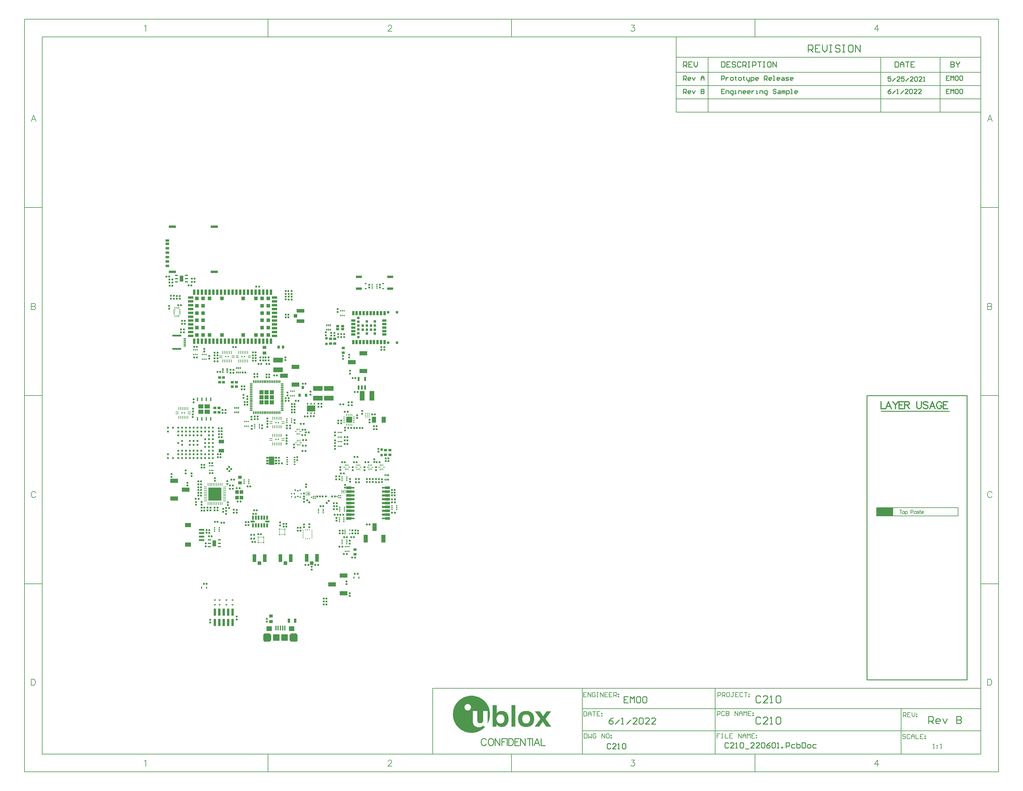
<source format=gtp>
G04*
G04 #@! TF.GenerationSoftware,Altium Limited,Altium Designer,22.4.2 (48)*
G04*
G04 Layer_Color=8421504*
%FSLAX44Y44*%
%MOMM*%
G71*
G04*
G04 #@! TF.SameCoordinates,7F116A4F-7056-4AC6-B487-C54DEE731D19*
G04*
G04*
G04 #@! TF.FilePolarity,Positive*
G04*
G01*
G75*
%ADD10C,0.1270*%
%ADD11C,0.2000*%
%ADD13C,0.2540*%
%ADD25R,4.8260X2.4130*%
%ADD26C,0.2997*%
%ADD27C,0.1778*%
%ADD28C,0.1250*%
%ADD29R,0.7500X1.5500*%
%ADD30R,1.5500X0.7500*%
%ADD31R,0.4000X0.4000*%
%ADD32R,1.1500X1.1500*%
%ADD33R,1.5500X1.0000*%
%ADD34R,1.0000X1.1000*%
%ADD35R,0.2200X0.5500*%
%ADD36R,0.5500X0.2200*%
%ADD37R,0.6500X0.2200*%
%ADD38R,0.4400X0.9800*%
%ADD39R,1.6000X1.4000*%
%ADD40R,1.9000X1.9000*%
%ADD41R,0.4000X1.3500*%
%ADD42R,1.0500X1.0000*%
%ADD43R,2.2000X1.0500*%
%ADD44R,0.7000X0.3500*%
%ADD45R,1.0000X1.7000*%
%ADD46C,0.3500*%
%ADD47R,0.4500X0.3000*%
%ADD48R,0.5500X1.3000*%
%ADD49R,0.8000X0.9000*%
%ADD50R,0.3000X0.3600*%
%ADD51R,0.5000X0.4000*%
%ADD52R,1.8000X1.2000*%
%ADD53R,1.5500X0.6000*%
%ADD54R,0.3300X0.1500*%
%ADD55R,2.1000X0.7000*%
%ADD56R,1.1400X0.8000*%
%ADD57R,1.0500X1.0500*%
%ADD58R,0.5500X0.5200*%
%ADD59R,0.2800X0.9000*%
%ADD60R,0.9000X0.2800*%
%ADD61R,3.7000X3.7000*%
G04:AMPARAMS|DCode=62|XSize=0.6mm|YSize=0.24mm|CornerRadius=0.06mm|HoleSize=0mm|Usage=FLASHONLY|Rotation=90.000|XOffset=0mm|YOffset=0mm|HoleType=Round|Shape=RoundedRectangle|*
%AMROUNDEDRECTD62*
21,1,0.6000,0.1200,0,0,90.0*
21,1,0.4800,0.2400,0,0,90.0*
1,1,0.1200,0.0600,0.2400*
1,1,0.1200,0.0600,-0.2400*
1,1,0.1200,-0.0600,-0.2400*
1,1,0.1200,-0.0600,0.2400*
%
%ADD62ROUNDEDRECTD62*%
G04:AMPARAMS|DCode=63|XSize=0.6mm|YSize=0.24mm|CornerRadius=0.06mm|HoleSize=0mm|Usage=FLASHONLY|Rotation=0.000|XOffset=0mm|YOffset=0mm|HoleType=Round|Shape=RoundedRectangle|*
%AMROUNDEDRECTD63*
21,1,0.6000,0.1200,0,0,0.0*
21,1,0.4800,0.2400,0,0,0.0*
1,1,0.1200,0.2400,-0.0600*
1,1,0.1200,-0.2400,-0.0600*
1,1,0.1200,-0.2400,0.0600*
1,1,0.1200,0.2400,0.0600*
%
%ADD63ROUNDEDRECTD63*%
G04:AMPARAMS|DCode=64|XSize=1.68mm|YSize=1.68mm|CornerRadius=0.084mm|HoleSize=0mm|Usage=FLASHONLY|Rotation=180.000|XOffset=0mm|YOffset=0mm|HoleType=Round|Shape=RoundedRectangle|*
%AMROUNDEDRECTD64*
21,1,1.6800,1.5120,0,0,180.0*
21,1,1.5120,1.6800,0,0,180.0*
1,1,0.1680,-0.7560,0.7560*
1,1,0.1680,0.7560,0.7560*
1,1,0.1680,0.7560,-0.7560*
1,1,0.1680,-0.7560,-0.7560*
%
%ADD64ROUNDEDRECTD64*%
%ADD65R,0.2000X0.8500*%
%ADD66R,0.8500X0.2000*%
%ADD67O,0.2800X0.8500*%
%ADD68O,0.8500X0.2800*%
%ADD69R,0.0500X0.0500*%
%ADD70R,0.2200X0.6000*%
%ADD71R,0.6000X0.2200*%
G04:AMPARAMS|DCode=72|XSize=0.3mm|YSize=0.375mm|CornerRadius=0.015mm|HoleSize=0mm|Usage=FLASHONLY|Rotation=0.000|XOffset=0mm|YOffset=0mm|HoleType=Round|Shape=RoundedRectangle|*
%AMROUNDEDRECTD72*
21,1,0.3000,0.3450,0,0,0.0*
21,1,0.2700,0.3750,0,0,0.0*
1,1,0.0300,0.1350,-0.1725*
1,1,0.0300,-0.1350,-0.1725*
1,1,0.0300,-0.1350,0.1725*
1,1,0.0300,0.1350,0.1725*
%
%ADD72ROUNDEDRECTD72*%
%ADD73R,0.6000X0.6000*%
%ADD74R,0.7000X0.7000*%
%ADD75R,0.7000X1.1500*%
%ADD76R,1.1500X0.7000*%
%ADD77R,0.7000X0.7000*%
%ADD78R,0.8000X0.3000*%
%ADD79R,2.6000X0.6000*%
%ADD80R,0.9000X0.7500*%
%ADD81R,0.7500X0.9000*%
%ADD82R,0.3000X0.3000*%
%ADD83R,0.3000X0.2750*%
%ADD84R,0.2750X0.3000*%
%ADD85R,0.2750X0.3000*%
%ADD86R,0.3000X0.3000*%
%ADD87R,0.3000X0.2750*%
%ADD88R,0.8000X0.8000*%
%ADD89R,0.8000X1.2500*%
%ADD90R,0.5200X0.4900*%
%ADD91R,0.5000X0.5500*%
%ADD92R,0.3500X0.2500*%
%ADD93R,0.2500X0.3500*%
G04:AMPARAMS|DCode=94|XSize=1.5mm|YSize=2.45mm|CornerRadius=0.075mm|HoleSize=0mm|Usage=FLASHONLY|Rotation=0.000|XOffset=0mm|YOffset=0mm|HoleType=Round|Shape=RoundedRectangle|*
%AMROUNDEDRECTD94*
21,1,1.5000,2.3000,0,0,0.0*
21,1,1.3500,2.4500,0,0,0.0*
1,1,0.1500,0.6750,-1.1500*
1,1,0.1500,-0.6750,-1.1500*
1,1,0.1500,-0.6750,1.1500*
1,1,0.1500,0.6750,1.1500*
%
%ADD94ROUNDEDRECTD94*%
G04:AMPARAMS|DCode=95|XSize=0.6mm|YSize=0.5mm|CornerRadius=0.025mm|HoleSize=0mm|Usage=FLASHONLY|Rotation=0.000|XOffset=0mm|YOffset=0mm|HoleType=Round|Shape=RoundedRectangle|*
%AMROUNDEDRECTD95*
21,1,0.6000,0.4500,0,0,0.0*
21,1,0.5500,0.5000,0,0,0.0*
1,1,0.0500,0.2750,-0.2250*
1,1,0.0500,-0.2750,-0.2250*
1,1,0.0500,-0.2750,0.2250*
1,1,0.0500,0.2750,0.2250*
%
%ADD95ROUNDEDRECTD95*%
%ADD96R,2.2000X1.2700*%
%ADD97R,1.2500X1.8000*%
%ADD98R,0.7600X2.0300*%
G04:AMPARAMS|DCode=99|XSize=0.3mm|YSize=0.55mm|CornerRadius=0.015mm|HoleSize=0mm|Usage=FLASHONLY|Rotation=90.000|XOffset=0mm|YOffset=0mm|HoleType=Round|Shape=RoundedRectangle|*
%AMROUNDEDRECTD99*
21,1,0.3000,0.5200,0,0,90.0*
21,1,0.2700,0.5500,0,0,90.0*
1,1,0.0300,0.2600,0.1350*
1,1,0.0300,0.2600,-0.1350*
1,1,0.0300,-0.2600,-0.1350*
1,1,0.0300,-0.2600,0.1350*
%
%ADD99ROUNDEDRECTD99*%
%ADD100R,0.4500X0.6000*%
G04:AMPARAMS|DCode=101|XSize=1.61mm|YSize=2.36mm|CornerRadius=0mm|HoleSize=0mm|Usage=FLASHONLY|Rotation=270.000|XOffset=0mm|YOffset=0mm|HoleType=Round|Shape=RoundedRectangle|*
%AMROUNDEDRECTD101*
21,1,1.6100,2.3600,0,0,270.0*
21,1,1.6100,2.3600,0,0,270.0*
1,1,0.0000,-1.1800,-0.8050*
1,1,0.0000,-1.1800,0.8050*
1,1,0.0000,1.1800,0.8050*
1,1,0.0000,1.1800,-0.8050*
%
%ADD101ROUNDEDRECTD101*%
%ADD102R,0.5000X0.3500*%
%ADD103R,2.8000X1.4000*%
%ADD104R,0.5200X0.5500*%
%ADD105R,1.0000X0.9500*%
%ADD106R,1.7000X0.8000*%
G04:AMPARAMS|DCode=107|XSize=1.145mm|YSize=0.55mm|CornerRadius=0.0275mm|HoleSize=0mm|Usage=FLASHONLY|Rotation=90.000|XOffset=0mm|YOffset=0mm|HoleType=Round|Shape=RoundedRectangle|*
%AMROUNDEDRECTD107*
21,1,1.1450,0.4950,0,0,90.0*
21,1,1.0900,0.5500,0,0,90.0*
1,1,0.0550,0.2475,0.5450*
1,1,0.0550,0.2475,-0.5450*
1,1,0.0550,-0.2475,-0.5450*
1,1,0.0550,-0.2475,0.5450*
%
%ADD107ROUNDEDRECTD107*%
G04:AMPARAMS|DCode=108|XSize=1.145mm|YSize=0.55mm|CornerRadius=0.0275mm|HoleSize=0mm|Usage=FLASHONLY|Rotation=180.000|XOffset=0mm|YOffset=0mm|HoleType=Round|Shape=RoundedRectangle|*
%AMROUNDEDRECTD108*
21,1,1.1450,0.4950,0,0,180.0*
21,1,1.0900,0.5500,0,0,180.0*
1,1,0.0550,-0.5450,0.2475*
1,1,0.0550,0.5450,0.2475*
1,1,0.0550,0.5450,-0.2475*
1,1,0.0550,-0.5450,-0.2475*
%
%ADD108ROUNDEDRECTD108*%
%ADD109R,1.4000X2.8000*%
%ADD110R,1.0000X1.0500*%
%ADD111R,1.0500X2.2000*%
G04:AMPARAMS|DCode=112|XSize=0.3mm|YSize=0.55mm|CornerRadius=0.015mm|HoleSize=0mm|Usage=FLASHONLY|Rotation=0.000|XOffset=0mm|YOffset=0mm|HoleType=Round|Shape=RoundedRectangle|*
%AMROUNDEDRECTD112*
21,1,0.3000,0.5200,0,0,0.0*
21,1,0.2700,0.5500,0,0,0.0*
1,1,0.0300,0.1350,-0.2600*
1,1,0.0300,-0.1350,-0.2600*
1,1,0.0300,-0.1350,0.2600*
1,1,0.0300,0.1350,0.2600*
%
%ADD112ROUNDEDRECTD112*%
%ADD113R,0.8500X0.6500*%
%ADD114R,0.3000X0.4500*%
%ADD115R,1.2700X2.2000*%
%ADD116R,0.5500X0.5000*%
G04:AMPARAMS|DCode=117|XSize=0.55mm|YSize=0.52mm|CornerRadius=0mm|HoleSize=0mm|Usage=FLASHONLY|Rotation=45.000|XOffset=0mm|YOffset=0mm|HoleType=Round|Shape=Rectangle|*
%AMROTATEDRECTD117*
4,1,4,-0.0106,-0.3783,-0.3783,-0.0106,0.0106,0.3783,0.3783,0.0106,-0.0106,-0.3783,0.0*
%
%ADD117ROTATEDRECTD117*%

G04:AMPARAMS|DCode=118|XSize=0.55mm|YSize=0.52mm|CornerRadius=0mm|HoleSize=0mm|Usage=FLASHONLY|Rotation=315.000|XOffset=0mm|YOffset=0mm|HoleType=Round|Shape=Rectangle|*
%AMROTATEDRECTD118*
4,1,4,-0.3783,0.0106,-0.0106,0.3783,0.3783,-0.0106,0.0106,-0.3783,-0.3783,0.0106,0.0*
%
%ADD118ROTATEDRECTD118*%

%ADD119R,0.4000X0.5000*%
G36*
X132250Y674200D02*
X117650D01*
Y685800D01*
X132250Y685800D01*
X132250Y674200D01*
D02*
G37*
G36*
X114050Y685800D02*
X114050Y674200D01*
X99450D01*
Y685800D01*
X114050Y685800D01*
D02*
G37*
G36*
Y659000D02*
X99450Y659000D01*
Y670600D01*
X114050D01*
X114050Y659000D01*
D02*
G37*
G36*
X132250Y659000D02*
X117650D01*
Y670600D01*
X132250D01*
Y659000D01*
D02*
G37*
G36*
X590533Y661174D02*
X590674Y661033D01*
X590750Y660850D01*
Y660750D01*
Y659250D01*
Y659150D01*
X590674Y658967D01*
X590533Y658826D01*
X590349Y658750D01*
X588651D01*
X588467Y658826D01*
X588326Y658967D01*
X588250Y659150D01*
Y659250D01*
Y660750D01*
Y660850D01*
X588326Y661033D01*
X588467Y661174D01*
X588651Y661250D01*
X590349D01*
X590533Y661174D01*
D02*
G37*
G36*
X585533D02*
X585674Y661033D01*
X585750Y660850D01*
Y660750D01*
Y659250D01*
Y659150D01*
X585674Y658967D01*
X585533Y658826D01*
X585349Y658750D01*
X583651D01*
X583467Y658826D01*
X583326Y658967D01*
X583250Y659150D01*
Y659250D01*
Y660750D01*
Y660850D01*
X583326Y661033D01*
X583467Y661174D01*
X583651Y661250D01*
X585349D01*
X585533Y661174D01*
D02*
G37*
G36*
X580533D02*
X580674Y661033D01*
X580750Y660850D01*
Y660750D01*
Y659250D01*
Y659150D01*
X580674Y658967D01*
X580533Y658826D01*
X580349Y658750D01*
X578651D01*
X578467Y658826D01*
X578326Y658967D01*
X578250Y659150D01*
Y659250D01*
Y660750D01*
Y660850D01*
X578326Y661033D01*
X578467Y661174D01*
X578651Y661250D01*
X580349D01*
X580533Y661174D01*
D02*
G37*
G36*
X590533Y656174D02*
X590674Y656033D01*
X590750Y655850D01*
Y655750D01*
Y654250D01*
Y654151D01*
X590674Y653967D01*
X590533Y653826D01*
X590349Y653750D01*
X588651D01*
X588467Y653826D01*
X588326Y653967D01*
X588250Y654151D01*
Y654250D01*
Y655750D01*
Y655850D01*
X588326Y656033D01*
X588467Y656174D01*
X588651Y656250D01*
X590349D01*
X590533Y656174D01*
D02*
G37*
G36*
X585533D02*
X585674Y656033D01*
X585750Y655850D01*
Y655750D01*
Y654250D01*
Y654151D01*
X585674Y653967D01*
X585533Y653826D01*
X585349Y653750D01*
X583651D01*
X583467Y653826D01*
X583326Y653967D01*
X583250Y654151D01*
Y654250D01*
Y655750D01*
Y655850D01*
X583326Y656033D01*
X583467Y656174D01*
X583651Y656250D01*
X585349D01*
X585533Y656174D01*
D02*
G37*
G36*
X580533D02*
X580674Y656033D01*
X580750Y655850D01*
Y655750D01*
Y654250D01*
Y654151D01*
X580674Y653967D01*
X580533Y653826D01*
X580349Y653750D01*
X578651D01*
X578467Y653826D01*
X578326Y653967D01*
X578250Y654151D01*
Y654250D01*
Y655750D01*
Y655850D01*
X578326Y656033D01*
X578467Y656174D01*
X578651Y656250D01*
X580349D01*
X580533Y656174D01*
D02*
G37*
G36*
X590533Y651174D02*
X590674Y651033D01*
X590750Y650850D01*
Y650750D01*
Y649250D01*
Y649151D01*
X590674Y648967D01*
X590533Y648826D01*
X590349Y648750D01*
X588651D01*
X588467Y648826D01*
X588326Y648967D01*
X588250Y649151D01*
Y649250D01*
Y650750D01*
Y650850D01*
X588326Y651033D01*
X588467Y651174D01*
X588651Y651250D01*
X590349D01*
X590533Y651174D01*
D02*
G37*
G36*
X585533D02*
X585674Y651033D01*
X585750Y650850D01*
Y650750D01*
Y649250D01*
Y649151D01*
X585674Y648967D01*
X585533Y648826D01*
X585349Y648750D01*
X583651D01*
X583467Y648826D01*
X583326Y648967D01*
X583250Y649151D01*
Y649250D01*
Y650750D01*
Y650850D01*
X583326Y651033D01*
X583467Y651174D01*
X583651Y651250D01*
X585349D01*
X585533Y651174D01*
D02*
G37*
G36*
X580533D02*
X580674Y651033D01*
X580750Y650850D01*
Y650750D01*
Y649250D01*
Y649151D01*
X580674Y648967D01*
X580533Y648826D01*
X580349Y648750D01*
X578651D01*
X578467Y648826D01*
X578326Y648967D01*
X578250Y649151D01*
Y649250D01*
Y650750D01*
Y650850D01*
X578326Y651033D01*
X578467Y651174D01*
X578651Y651250D01*
X580349D01*
X580533Y651174D01*
D02*
G37*
G36*
X649132Y443293D02*
X635132D01*
Y444293D01*
X626132D01*
Y449293D01*
X635132D01*
Y450293D01*
X649132D01*
Y443293D01*
D02*
G37*
G36*
X538132Y449293D02*
X547132D01*
Y444293D01*
X538132D01*
Y443293D01*
X524132D01*
Y450293D01*
X538132D01*
Y449293D01*
D02*
G37*
G36*
X393700Y441871D02*
X393700Y437871D01*
X389700Y437872D01*
X389700Y441872D01*
X393700Y441871D01*
D02*
G37*
G36*
X379700Y437872D02*
X375700Y437871D01*
X375700Y441871D01*
X379700Y441872D01*
X379700Y437872D01*
D02*
G37*
G36*
X515042Y433851D02*
X513692Y435078D01*
X512584Y435074D01*
X512581Y436580D01*
X513692Y436578D01*
X515042Y437806D01*
X515042Y433851D01*
D02*
G37*
G36*
X387450Y436371D02*
X382450D01*
Y439371D01*
X387450D01*
Y436371D01*
D02*
G37*
G36*
X649132Y431793D02*
X635132D01*
Y432793D01*
X626132D01*
Y438793D01*
X635132D01*
Y439793D01*
X649132D01*
Y431793D01*
D02*
G37*
G36*
X538132Y438793D02*
X547132D01*
Y432793D01*
X538132D01*
Y431793D01*
X524132D01*
Y439793D01*
X538132D01*
Y438793D01*
D02*
G37*
G36*
X516542Y438078D02*
X517042Y437578D01*
Y434078D01*
X516542Y433578D01*
Y429328D01*
X515042D01*
Y442328D01*
X516542D01*
Y438078D01*
D02*
G37*
G36*
X416455Y430578D02*
X417563Y430583D01*
X417566Y429077D01*
X416455Y429078D01*
X415105Y427851D01*
X415105Y431806D01*
X416455Y430578D01*
D02*
G37*
G36*
X396200Y427871D02*
X393200D01*
Y431871D01*
X396200D01*
Y427871D01*
D02*
G37*
G36*
X376200D02*
X373200D01*
Y431871D01*
X376200D01*
Y427871D01*
D02*
G37*
G36*
X415105Y423328D02*
X413605D01*
Y427578D01*
X413105Y428078D01*
Y431578D01*
X413605Y432078D01*
Y436328D01*
X415105D01*
Y423328D01*
D02*
G37*
G36*
X649132Y420793D02*
X635132D01*
Y421793D01*
X626132D01*
Y427793D01*
X635132D01*
Y428793D01*
X649132D01*
Y420793D01*
D02*
G37*
G36*
X538132Y427793D02*
X547132D01*
Y421793D01*
X538132D01*
Y420793D01*
X524132D01*
Y428793D01*
X538132D01*
Y427793D01*
D02*
G37*
G36*
X387450Y420371D02*
X382450D01*
Y423371D01*
X387450D01*
Y420371D01*
D02*
G37*
G36*
X393700Y417871D02*
X389700Y417871D01*
X389700Y421871D01*
X393700Y421871D01*
X393700Y417871D01*
D02*
G37*
G36*
X379700Y421871D02*
X379700Y417871D01*
X375700Y417871D01*
X375700Y421871D01*
X379700Y421871D01*
D02*
G37*
G36*
X538132Y416793D02*
X547132D01*
Y410793D01*
X538132D01*
Y409793D01*
X524132D01*
Y417793D01*
X538132D01*
Y416793D01*
D02*
G37*
G36*
X649132Y409793D02*
X635132D01*
Y410793D01*
X626132D01*
Y416793D01*
X635132D01*
Y417793D01*
X649132D01*
Y409793D01*
D02*
G37*
G36*
Y398793D02*
X635132D01*
Y399793D01*
X626132D01*
Y405793D01*
X635132D01*
Y406793D01*
X649132D01*
Y398793D01*
D02*
G37*
G36*
X538132Y405793D02*
X547132D01*
Y399793D01*
X538132D01*
Y398793D01*
X524132D01*
Y406793D01*
X538132D01*
Y405793D01*
D02*
G37*
G36*
Y394793D02*
X547132D01*
Y388793D01*
X538132D01*
Y387793D01*
X524132D01*
Y395793D01*
X538132D01*
Y394793D01*
D02*
G37*
G36*
X649132Y387793D02*
X635132D01*
Y388793D01*
X626132D01*
Y394793D01*
X635132D01*
Y395793D01*
X649132D01*
Y387793D01*
D02*
G37*
G36*
Y376793D02*
X635132D01*
Y377793D01*
X626132D01*
Y383793D01*
X635132D01*
Y384793D01*
X649132D01*
Y376793D01*
D02*
G37*
G36*
X538132Y383793D02*
X547132D01*
Y377793D01*
X538132D01*
Y376793D01*
X524132D01*
Y384793D01*
X538132D01*
Y383793D01*
D02*
G37*
G36*
X649132Y365793D02*
X635132D01*
Y366793D01*
X626132D01*
Y372793D01*
X635132D01*
Y373793D01*
X649132D01*
Y365793D01*
D02*
G37*
G36*
X538132Y372793D02*
X547132D01*
Y366793D01*
X538132D01*
Y365793D01*
X524132D01*
Y373793D01*
X538132D01*
Y372793D01*
D02*
G37*
G36*
X649132Y355293D02*
X635132D01*
Y356293D01*
X626132D01*
Y361293D01*
X635132D01*
Y362293D01*
X649132D01*
Y355293D01*
D02*
G37*
G36*
X538132Y361293D02*
X547132D01*
Y356293D01*
X538132D01*
Y355293D01*
X524132D01*
Y362293D01*
X538132D01*
Y361293D01*
D02*
G37*
G36*
X381785Y28251D02*
X383544Y26493D01*
X384495Y24196D01*
Y22953D01*
Y10703D01*
Y9609D01*
X383658Y7587D01*
X382110Y6040D01*
X380089Y5203D01*
X367305D01*
X365953Y5472D01*
X364679Y5999D01*
X363533Y6765D01*
X362558Y7740D01*
X361792Y8887D01*
X361264Y10161D01*
X360995Y11513D01*
Y12203D01*
Y22203D01*
Y22892D01*
X361264Y24245D01*
X361792Y25519D01*
X362558Y26665D01*
X363533Y27640D01*
X364679Y28406D01*
X365953Y28934D01*
X367305Y29203D01*
X379488D01*
X381785Y28251D01*
D02*
G37*
G36*
X304047Y28929D02*
X305321Y28401D01*
X306467Y27635D01*
X307442Y26660D01*
X308208Y25514D01*
X308736Y24240D01*
X309005Y22887D01*
Y22198D01*
Y12198D01*
Y11508D01*
X308736Y10156D01*
X308208Y8882D01*
X307442Y7735D01*
X306467Y6761D01*
X305321Y5994D01*
X304047Y5467D01*
X302694Y5198D01*
X289911D01*
X287889Y6035D01*
X286342Y7582D01*
X285505Y9604D01*
Y10698D01*
Y22948D01*
Y24191D01*
X286457Y26488D01*
X288215Y28246D01*
X290512Y29198D01*
X302694D01*
X304047Y28929D01*
D02*
G37*
G36*
X1111121Y-194961D02*
X1110667D01*
Y-195414D01*
Y-195868D01*
X1110214D01*
Y-196322D01*
X1109760D01*
Y-196775D01*
X1109307D01*
Y-197229D01*
Y-197682D01*
X1108853D01*
Y-198136D01*
X1108400D01*
Y-198589D01*
Y-199043D01*
X1107946D01*
Y-199496D01*
X1107492D01*
Y-199950D01*
X1107039D01*
Y-200404D01*
Y-200857D01*
X1106585D01*
Y-201311D01*
X1106132D01*
Y-201764D01*
X1105678D01*
Y-202218D01*
Y-202671D01*
X1105225D01*
Y-203125D01*
X1104771D01*
Y-203578D01*
X1104317D01*
Y-204032D01*
Y-204486D01*
X1103864D01*
Y-204939D01*
X1103410D01*
Y-205393D01*
Y-205846D01*
X1102957D01*
Y-206300D01*
X1102503D01*
Y-206753D01*
X1102050D01*
Y-207207D01*
Y-207661D01*
X1101596D01*
Y-208114D01*
X1101143D01*
Y-208568D01*
X1100689D01*
Y-209021D01*
Y-209475D01*
X1100236D01*
Y-209928D01*
X1099782D01*
Y-210382D01*
Y-210835D01*
X1099328D01*
Y-211289D01*
X1098875D01*
Y-211742D01*
X1098421D01*
Y-212196D01*
Y-212650D01*
X1097968D01*
Y-213103D01*
X1097514D01*
Y-213557D01*
X1097061D01*
Y-214010D01*
Y-214464D01*
X1096607D01*
Y-214917D01*
X1096153D01*
Y-215371D01*
X1095700D01*
Y-215825D01*
Y-216278D01*
Y-216732D01*
X1096153D01*
Y-217185D01*
Y-217639D01*
X1096607D01*
Y-218092D01*
X1097061D01*
Y-218546D01*
X1097514D01*
Y-218999D01*
Y-219453D01*
X1097968D01*
Y-219907D01*
X1098421D01*
Y-220360D01*
X1098875D01*
Y-220814D01*
Y-221267D01*
X1099328D01*
Y-221721D01*
X1099782D01*
Y-222174D01*
Y-222628D01*
X1100236D01*
Y-223081D01*
X1100689D01*
Y-223535D01*
X1101143D01*
Y-223988D01*
Y-224442D01*
X1101596D01*
Y-224896D01*
X1102050D01*
Y-225349D01*
X1102503D01*
Y-225803D01*
Y-226256D01*
X1102957D01*
Y-226710D01*
X1103410D01*
Y-227163D01*
X1103864D01*
Y-227617D01*
Y-228071D01*
X1104317D01*
Y-228524D01*
X1104771D01*
Y-228978D01*
X1105225D01*
Y-229431D01*
Y-229885D01*
X1105678D01*
Y-230338D01*
X1106132D01*
Y-230792D01*
X1106585D01*
Y-231245D01*
Y-231699D01*
X1107039D01*
Y-232153D01*
X1107492D01*
Y-232606D01*
X1107946D01*
Y-233060D01*
Y-233513D01*
X1108400D01*
Y-233967D01*
X1108853D01*
Y-234420D01*
Y-234874D01*
X1109307D01*
Y-235327D01*
X1109760D01*
Y-235781D01*
X1110214D01*
Y-236234D01*
Y-236688D01*
X1110667D01*
Y-237142D01*
X1111121D01*
Y-237595D01*
X1111574D01*
Y-238049D01*
X1112028D01*
Y-238502D01*
X1097514D01*
Y-238049D01*
Y-237595D01*
X1097061D01*
Y-237142D01*
X1096607D01*
Y-236688D01*
X1096153D01*
Y-236234D01*
Y-235781D01*
X1095700D01*
Y-235327D01*
X1095246D01*
Y-234874D01*
X1094793D01*
Y-234420D01*
Y-233967D01*
X1094339D01*
Y-233513D01*
X1093886D01*
Y-233060D01*
Y-232606D01*
X1093432D01*
Y-232153D01*
X1092979D01*
Y-231699D01*
X1092525D01*
Y-231245D01*
Y-230792D01*
X1092072D01*
Y-230338D01*
X1091618D01*
Y-229885D01*
X1091164D01*
Y-229431D01*
Y-228978D01*
X1090711D01*
Y-228524D01*
X1090257D01*
Y-228071D01*
Y-227617D01*
X1089804D01*
Y-227163D01*
X1089350D01*
Y-226710D01*
X1088897D01*
Y-226256D01*
Y-225803D01*
X1088443D01*
Y-225349D01*
X1087990D01*
Y-224896D01*
X1087536D01*
Y-224442D01*
X1087082D01*
Y-224896D01*
Y-225349D01*
X1086629D01*
Y-225803D01*
X1086175D01*
Y-226256D01*
X1085722D01*
Y-226710D01*
Y-227163D01*
X1085268D01*
Y-227617D01*
X1084815D01*
Y-228071D01*
Y-228524D01*
X1084361D01*
Y-228978D01*
X1083907D01*
Y-229431D01*
X1083454D01*
Y-229885D01*
Y-230338D01*
X1083000D01*
Y-230792D01*
X1082547D01*
Y-231245D01*
Y-231699D01*
X1082093D01*
Y-232153D01*
X1081640D01*
Y-232606D01*
X1081186D01*
Y-233060D01*
Y-233513D01*
X1080733D01*
Y-233967D01*
X1080279D01*
Y-234420D01*
Y-234874D01*
X1079826D01*
Y-235327D01*
X1079372D01*
Y-235781D01*
X1078918D01*
Y-236234D01*
Y-236688D01*
X1078465D01*
Y-237142D01*
X1078011D01*
Y-237595D01*
Y-238049D01*
X1077558D01*
Y-238502D01*
X1064405D01*
Y-238049D01*
X1064858D01*
Y-237595D01*
X1065312D01*
Y-237142D01*
Y-236688D01*
X1065765D01*
Y-236234D01*
X1066219D01*
Y-235781D01*
X1066672D01*
Y-235327D01*
Y-234874D01*
X1067126D01*
Y-234420D01*
X1067579D01*
Y-233967D01*
Y-233513D01*
X1068033D01*
Y-233060D01*
X1068487D01*
Y-232606D01*
X1068940D01*
Y-232153D01*
X1069394D01*
Y-231699D01*
Y-231245D01*
X1069847D01*
Y-230792D01*
X1070301D01*
Y-230338D01*
Y-229885D01*
X1070754D01*
Y-229431D01*
X1071208D01*
Y-228978D01*
X1071662D01*
Y-228524D01*
Y-228071D01*
X1072115D01*
Y-227617D01*
X1072569D01*
Y-227163D01*
X1073022D01*
Y-226710D01*
Y-226256D01*
X1073476D01*
Y-225803D01*
X1073929D01*
Y-225349D01*
X1074383D01*
Y-224896D01*
Y-224442D01*
X1074836D01*
Y-223988D01*
X1075290D01*
Y-223535D01*
X1075743D01*
Y-223081D01*
Y-222628D01*
X1076197D01*
Y-222174D01*
X1076651D01*
Y-221721D01*
X1077104D01*
Y-221267D01*
Y-220814D01*
X1077558D01*
Y-220360D01*
X1078011D01*
Y-219907D01*
X1078465D01*
Y-219453D01*
Y-218999D01*
X1078918D01*
Y-218546D01*
X1079372D01*
Y-218092D01*
Y-217639D01*
X1079826D01*
Y-217185D01*
X1080279D01*
Y-216732D01*
X1080733D01*
Y-216278D01*
Y-215825D01*
X1080279D01*
Y-215371D01*
X1079826D01*
Y-214917D01*
X1079372D01*
Y-214464D01*
Y-214010D01*
X1078918D01*
Y-213557D01*
X1078465D01*
Y-213103D01*
X1078011D01*
Y-212650D01*
Y-212196D01*
X1077558D01*
Y-211742D01*
X1077104D01*
Y-211289D01*
Y-210835D01*
X1076651D01*
Y-210382D01*
X1076197D01*
Y-209928D01*
X1075743D01*
Y-209475D01*
Y-209021D01*
X1075290D01*
Y-208568D01*
X1074836D01*
Y-208114D01*
X1074383D01*
Y-207661D01*
Y-207207D01*
X1073929D01*
Y-206753D01*
X1073476D01*
Y-206300D01*
Y-205846D01*
X1073022D01*
Y-205393D01*
X1072569D01*
Y-204939D01*
X1072115D01*
Y-204486D01*
Y-204032D01*
X1071662D01*
Y-203578D01*
X1071208D01*
Y-203125D01*
X1070754D01*
Y-202671D01*
Y-202218D01*
X1070301D01*
Y-201764D01*
X1069847D01*
Y-201311D01*
Y-200857D01*
X1069394D01*
Y-200404D01*
X1068940D01*
Y-199950D01*
X1068487D01*
Y-199496D01*
Y-199043D01*
X1068033D01*
Y-198589D01*
X1067579D01*
Y-198136D01*
X1067126D01*
Y-197682D01*
Y-197229D01*
X1066672D01*
Y-196775D01*
X1066219D01*
Y-196322D01*
Y-195868D01*
X1065765D01*
Y-195414D01*
X1065312D01*
Y-194961D01*
X1064858D01*
Y-194507D01*
X1078918D01*
Y-194961D01*
X1079372D01*
Y-195414D01*
X1079826D01*
Y-195868D01*
Y-196322D01*
X1080279D01*
Y-196775D01*
X1080733D01*
Y-197229D01*
X1081186D01*
Y-197682D01*
Y-198136D01*
X1081640D01*
Y-198589D01*
X1082093D01*
Y-199043D01*
Y-199496D01*
X1082547D01*
Y-199950D01*
X1083000D01*
Y-200404D01*
Y-200857D01*
X1083454D01*
Y-201311D01*
X1083907D01*
Y-201764D01*
X1084361D01*
Y-202218D01*
Y-202671D01*
X1084815D01*
Y-203125D01*
X1085268D01*
Y-203578D01*
Y-204032D01*
X1085722D01*
Y-204486D01*
X1086175D01*
Y-204939D01*
X1086629D01*
Y-205393D01*
Y-205846D01*
X1087082D01*
Y-206300D01*
X1087536D01*
Y-206753D01*
Y-207207D01*
X1087990D01*
Y-207661D01*
X1088443D01*
Y-208114D01*
X1088897D01*
Y-207661D01*
X1089350D01*
Y-207207D01*
Y-206753D01*
X1089804D01*
Y-206300D01*
X1090257D01*
Y-205846D01*
X1090711D01*
Y-205393D01*
Y-204939D01*
X1091164D01*
Y-204486D01*
X1091618D01*
Y-204032D01*
Y-203578D01*
X1092072D01*
Y-203125D01*
X1092525D01*
Y-202671D01*
X1092979D01*
Y-202218D01*
Y-201764D01*
X1093432D01*
Y-201311D01*
X1093886D01*
Y-200857D01*
Y-200404D01*
X1094339D01*
Y-199950D01*
X1094793D01*
Y-199496D01*
X1095246D01*
Y-199043D01*
Y-198589D01*
X1095700D01*
Y-198136D01*
X1096153D01*
Y-197682D01*
Y-197229D01*
X1096607D01*
Y-196775D01*
X1097061D01*
Y-196322D01*
X1097514D01*
Y-195868D01*
Y-195414D01*
X1097968D01*
Y-194961D01*
X1098421D01*
Y-194507D01*
X1111121D01*
Y-194961D01*
D02*
G37*
G36*
X885250Y-150059D02*
X889786D01*
Y-150512D01*
X892507D01*
Y-150966D01*
X894775D01*
Y-151419D01*
X896589D01*
Y-151873D01*
X898403D01*
Y-152327D01*
X899764D01*
Y-152780D01*
X901124D01*
Y-153234D01*
X902485D01*
Y-153687D01*
X903392D01*
Y-154141D01*
X904753D01*
Y-154594D01*
X905660D01*
Y-155048D01*
X906567D01*
Y-155501D01*
X907474D01*
Y-155955D01*
X908381D01*
Y-156409D01*
X909288D01*
Y-156862D01*
X909742D01*
Y-157316D01*
X910649D01*
Y-157769D01*
X911556D01*
Y-158223D01*
X912010D01*
Y-158676D01*
X912917D01*
Y-159130D01*
X913371D01*
Y-159584D01*
X914278D01*
Y-160037D01*
X914731D01*
Y-160491D01*
X915185D01*
Y-160944D01*
X916092D01*
Y-161398D01*
X916545D01*
Y-161851D01*
X916999D01*
Y-162305D01*
X917452D01*
Y-162758D01*
X918360D01*
Y-163212D01*
X918813D01*
Y-163666D01*
X919267D01*
Y-164119D01*
X919720D01*
Y-164573D01*
X920174D01*
Y-165026D01*
X920627D01*
Y-165480D01*
X921081D01*
Y-165933D01*
X921535D01*
Y-166387D01*
X921988D01*
Y-166840D01*
X922442D01*
Y-167294D01*
X922895D01*
Y-167747D01*
X923349D01*
Y-168201D01*
Y-168655D01*
X923802D01*
Y-169108D01*
X924256D01*
Y-169562D01*
X924709D01*
Y-170015D01*
X925163D01*
Y-170469D01*
Y-170922D01*
X925617D01*
Y-171376D01*
X926070D01*
Y-171830D01*
X926524D01*
Y-172283D01*
Y-172737D01*
X926977D01*
Y-173190D01*
X927431D01*
Y-173644D01*
Y-174097D01*
X927884D01*
Y-174551D01*
X928338D01*
Y-175004D01*
Y-175458D01*
X928791D01*
Y-175912D01*
X929245D01*
Y-176365D01*
Y-176819D01*
X929698D01*
Y-177272D01*
Y-177726D01*
X930152D01*
Y-178179D01*
Y-178633D01*
X930606D01*
Y-179086D01*
Y-179540D01*
X931059D01*
Y-179993D01*
Y-180447D01*
X931513D01*
Y-180901D01*
Y-181354D01*
X931966D01*
Y-181808D01*
Y-182261D01*
X932420D01*
Y-182715D01*
Y-183168D01*
Y-183622D01*
X932873D01*
Y-184076D01*
Y-184529D01*
X933327D01*
Y-184983D01*
Y-185436D01*
Y-185890D01*
X933781D01*
Y-186343D01*
Y-186797D01*
Y-187250D01*
X934234D01*
Y-187704D01*
Y-188158D01*
Y-188611D01*
Y-189065D01*
X934688D01*
Y-189518D01*
Y-189972D01*
Y-190425D01*
Y-190879D01*
X935141D01*
Y-191332D01*
Y-191786D01*
Y-192240D01*
Y-192693D01*
X935595D01*
Y-193147D01*
Y-193600D01*
Y-194054D01*
Y-194507D01*
Y-194961D01*
Y-195414D01*
Y-195868D01*
X936048D01*
Y-196322D01*
Y-196775D01*
Y-197229D01*
Y-197682D01*
Y-198136D01*
Y-198589D01*
Y-199043D01*
Y-199496D01*
Y-199950D01*
Y-200404D01*
Y-200857D01*
X936502D01*
Y-201311D01*
Y-201764D01*
Y-202218D01*
Y-202671D01*
Y-203125D01*
Y-203578D01*
Y-204032D01*
Y-204486D01*
Y-204939D01*
Y-205393D01*
X936048D01*
Y-205846D01*
Y-206300D01*
Y-206753D01*
Y-207207D01*
Y-207661D01*
Y-208114D01*
Y-208568D01*
Y-209021D01*
Y-209475D01*
Y-209928D01*
Y-210382D01*
X935595D01*
Y-210835D01*
Y-211289D01*
Y-211742D01*
Y-212196D01*
Y-212650D01*
Y-213103D01*
X935141D01*
Y-213557D01*
Y-214010D01*
Y-214464D01*
Y-214917D01*
Y-215371D01*
X934688D01*
Y-215825D01*
Y-216278D01*
Y-216732D01*
Y-217185D01*
X934234D01*
Y-217639D01*
Y-218092D01*
Y-218546D01*
Y-218999D01*
X933781D01*
Y-219453D01*
Y-219907D01*
Y-220360D01*
X933327D01*
Y-220814D01*
Y-221267D01*
X932873D01*
Y-221721D01*
Y-222174D01*
Y-222628D01*
X932420D01*
Y-223081D01*
Y-223535D01*
X931966D01*
Y-223988D01*
Y-224442D01*
Y-224896D01*
X931513D01*
Y-225349D01*
Y-225803D01*
X931059D01*
Y-226256D01*
Y-226710D01*
X930606D01*
Y-227163D01*
Y-227617D01*
X930152D01*
Y-228071D01*
Y-228524D01*
X929698D01*
Y-228071D01*
Y-227617D01*
Y-227163D01*
Y-226710D01*
Y-226256D01*
Y-225803D01*
Y-225349D01*
Y-224896D01*
Y-224442D01*
Y-223988D01*
Y-223535D01*
Y-223081D01*
Y-222628D01*
Y-222174D01*
Y-221721D01*
Y-221267D01*
Y-220814D01*
Y-220360D01*
Y-219907D01*
Y-219453D01*
Y-218999D01*
Y-218546D01*
Y-218092D01*
Y-217639D01*
Y-217185D01*
Y-216732D01*
Y-216278D01*
Y-215825D01*
Y-215371D01*
Y-214917D01*
Y-214464D01*
Y-214010D01*
Y-213557D01*
Y-213103D01*
Y-212650D01*
Y-212196D01*
Y-211742D01*
Y-211289D01*
Y-210835D01*
Y-210382D01*
Y-209928D01*
Y-209475D01*
Y-209021D01*
Y-208568D01*
Y-208114D01*
Y-207661D01*
Y-207207D01*
Y-206753D01*
Y-206300D01*
Y-205846D01*
Y-205393D01*
Y-204939D01*
Y-204486D01*
Y-204032D01*
Y-203578D01*
Y-203125D01*
Y-202671D01*
Y-202218D01*
Y-201764D01*
Y-201311D01*
Y-200857D01*
Y-200404D01*
Y-199950D01*
Y-199496D01*
Y-199043D01*
Y-198589D01*
Y-198136D01*
Y-197682D01*
Y-197229D01*
Y-196775D01*
Y-196322D01*
Y-195868D01*
Y-195414D01*
Y-194961D01*
Y-194507D01*
Y-194054D01*
X916999D01*
Y-194507D01*
Y-194961D01*
Y-195414D01*
Y-195868D01*
Y-196322D01*
Y-196775D01*
Y-197229D01*
Y-197682D01*
Y-198136D01*
Y-198589D01*
Y-199043D01*
Y-199496D01*
Y-199950D01*
Y-200404D01*
Y-200857D01*
Y-201311D01*
Y-201764D01*
Y-202218D01*
Y-202671D01*
Y-203125D01*
Y-203578D01*
Y-204032D01*
Y-204486D01*
Y-204939D01*
Y-205393D01*
Y-205846D01*
Y-206300D01*
Y-206753D01*
Y-207207D01*
Y-207661D01*
Y-208114D01*
Y-208568D01*
Y-209021D01*
Y-209475D01*
Y-209928D01*
Y-210382D01*
Y-210835D01*
Y-211289D01*
Y-211742D01*
Y-212196D01*
Y-212650D01*
Y-213103D01*
Y-213557D01*
Y-214010D01*
Y-214464D01*
Y-214917D01*
Y-215371D01*
Y-215825D01*
Y-216278D01*
Y-216732D01*
Y-217185D01*
Y-217639D01*
Y-218092D01*
Y-218546D01*
Y-218999D01*
Y-219453D01*
Y-219907D01*
Y-220360D01*
Y-220814D01*
Y-221267D01*
Y-221721D01*
X916545D01*
Y-222174D01*
Y-222628D01*
Y-223081D01*
Y-223535D01*
X916092D01*
Y-223988D01*
Y-224442D01*
X915638D01*
Y-224896D01*
Y-225349D01*
X915185D01*
Y-225803D01*
X914731D01*
Y-226256D01*
X914278D01*
Y-226710D01*
X913824D01*
Y-227163D01*
X913371D01*
Y-227617D01*
X912463D01*
Y-228071D01*
X911103D01*
Y-228524D01*
X904753D01*
Y-228071D01*
X903392D01*
Y-227617D01*
X902485D01*
Y-227163D01*
X902032D01*
Y-226710D01*
X901578D01*
Y-226256D01*
X901124D01*
Y-225803D01*
Y-225349D01*
X900671D01*
Y-224896D01*
Y-224442D01*
X900217D01*
Y-223988D01*
Y-223535D01*
Y-223081D01*
Y-222628D01*
X899764D01*
Y-222174D01*
Y-221721D01*
Y-221267D01*
Y-220814D01*
Y-220360D01*
Y-219907D01*
Y-219453D01*
Y-218999D01*
Y-218546D01*
Y-218092D01*
Y-217639D01*
Y-217185D01*
Y-216732D01*
Y-216278D01*
Y-215825D01*
Y-215371D01*
Y-214917D01*
Y-214464D01*
Y-214010D01*
Y-213557D01*
Y-213103D01*
Y-212650D01*
Y-212196D01*
Y-211742D01*
Y-211289D01*
Y-210835D01*
Y-210382D01*
Y-209928D01*
Y-209475D01*
Y-209021D01*
Y-208568D01*
Y-208114D01*
Y-207661D01*
Y-207207D01*
Y-206753D01*
Y-206300D01*
Y-205846D01*
Y-205393D01*
Y-204939D01*
Y-204486D01*
Y-204032D01*
Y-203578D01*
Y-203125D01*
Y-202671D01*
Y-202218D01*
Y-201764D01*
Y-201311D01*
Y-200857D01*
Y-200404D01*
Y-199950D01*
Y-199496D01*
Y-199043D01*
Y-198589D01*
Y-198136D01*
Y-197682D01*
Y-197229D01*
Y-196775D01*
Y-196322D01*
Y-195868D01*
Y-195414D01*
Y-194961D01*
Y-194507D01*
Y-194054D01*
X887064D01*
Y-194507D01*
Y-194961D01*
Y-195414D01*
Y-195868D01*
Y-196322D01*
Y-196775D01*
Y-197229D01*
Y-197682D01*
Y-198136D01*
Y-198589D01*
Y-199043D01*
Y-199496D01*
Y-199950D01*
Y-200404D01*
Y-200857D01*
Y-201311D01*
Y-201764D01*
Y-202218D01*
Y-202671D01*
Y-203125D01*
Y-203578D01*
Y-204032D01*
Y-204486D01*
Y-204939D01*
Y-205393D01*
Y-205846D01*
Y-206300D01*
Y-206753D01*
Y-207207D01*
Y-207661D01*
Y-208114D01*
Y-208568D01*
Y-209021D01*
Y-209475D01*
Y-209928D01*
Y-210382D01*
Y-210835D01*
Y-211289D01*
Y-211742D01*
Y-212196D01*
Y-212650D01*
Y-213103D01*
Y-213557D01*
Y-214010D01*
Y-214464D01*
Y-214917D01*
Y-215371D01*
Y-215825D01*
Y-216278D01*
Y-216732D01*
Y-217185D01*
Y-217639D01*
Y-218092D01*
Y-218546D01*
Y-218999D01*
Y-219453D01*
Y-219907D01*
Y-220360D01*
Y-220814D01*
Y-221267D01*
Y-221721D01*
Y-222174D01*
Y-222628D01*
Y-223081D01*
Y-223535D01*
Y-223988D01*
Y-224442D01*
Y-224896D01*
Y-225349D01*
Y-225803D01*
Y-226256D01*
Y-226710D01*
Y-227163D01*
X887518D01*
Y-227617D01*
Y-228071D01*
Y-228524D01*
Y-228978D01*
X887971D01*
Y-229431D01*
Y-229885D01*
Y-230338D01*
X888425D01*
Y-230792D01*
Y-231245D01*
Y-231699D01*
X888878D01*
Y-232153D01*
Y-232606D01*
X889332D01*
Y-233060D01*
X889786D01*
Y-233513D01*
Y-233967D01*
X890239D01*
Y-234420D01*
X890693D01*
Y-234874D01*
X891146D01*
Y-235327D01*
X891600D01*
Y-235781D01*
X892053D01*
Y-236234D01*
X892507D01*
Y-236688D01*
X893414D01*
Y-237142D01*
X893868D01*
Y-237595D01*
X894775D01*
Y-238049D01*
X895682D01*
Y-238502D01*
X896589D01*
Y-238956D01*
X897950D01*
Y-239409D01*
X899764D01*
Y-239863D01*
X908835D01*
Y-239409D01*
X910649D01*
Y-238956D01*
X911556D01*
Y-238502D01*
X912917D01*
Y-238049D01*
X913371D01*
Y-237595D01*
X914278D01*
Y-237142D01*
X914731D01*
Y-236688D01*
X915185D01*
Y-236234D01*
X916092D01*
Y-235781D01*
X916545D01*
Y-235327D01*
X916999D01*
Y-234874D01*
Y-234420D01*
X917452D01*
Y-234874D01*
Y-235327D01*
Y-235781D01*
Y-236234D01*
Y-236688D01*
Y-237142D01*
Y-237595D01*
Y-238049D01*
Y-238502D01*
Y-238956D01*
X922442D01*
Y-239409D01*
X921988D01*
Y-239863D01*
X921535D01*
Y-240317D01*
X921081D01*
Y-240770D01*
X920627D01*
Y-241224D01*
X920174D01*
Y-241677D01*
X919720D01*
Y-242131D01*
X919267D01*
Y-242584D01*
X918813D01*
Y-243038D01*
X917906D01*
Y-243491D01*
X917452D01*
Y-243945D01*
X916999D01*
Y-244398D01*
X916545D01*
Y-244852D01*
X915638D01*
Y-245306D01*
X915185D01*
Y-245759D01*
X914731D01*
Y-246213D01*
X913824D01*
Y-246666D01*
X913371D01*
Y-247120D01*
X912463D01*
Y-247573D01*
X912010D01*
Y-248027D01*
X911103D01*
Y-248480D01*
X910649D01*
Y-248934D01*
X909742D01*
Y-249388D01*
X908835D01*
Y-249841D01*
X907928D01*
Y-250295D01*
X907474D01*
Y-250748D01*
X906567D01*
Y-251202D01*
X905206D01*
Y-251655D01*
X904299D01*
Y-252109D01*
X903392D01*
Y-252563D01*
X902032D01*
Y-253016D01*
X901124D01*
Y-253470D01*
X899764D01*
Y-253923D01*
X897950D01*
Y-254377D01*
X896589D01*
Y-254830D01*
X894775D01*
Y-255284D01*
X892053D01*
Y-255737D01*
X888878D01*
Y-256191D01*
X877086D01*
Y-255737D01*
X873911D01*
Y-255284D01*
X871643D01*
Y-254830D01*
X869829D01*
Y-254377D01*
X868015D01*
Y-253923D01*
X866654D01*
Y-253470D01*
X865294D01*
Y-253016D01*
X863933D01*
Y-252563D01*
X863026D01*
Y-252109D01*
X861665D01*
Y-251655D01*
X860758D01*
Y-251202D01*
X859851D01*
Y-250748D01*
X858944D01*
Y-250295D01*
X858037D01*
Y-249841D01*
X857130D01*
Y-249388D01*
X856222D01*
Y-248934D01*
X855769D01*
Y-248480D01*
X854862D01*
Y-248027D01*
X853955D01*
Y-247573D01*
X853501D01*
Y-247120D01*
X852594D01*
Y-246666D01*
X852140D01*
Y-246213D01*
X851687D01*
Y-245759D01*
X850780D01*
Y-245306D01*
X850326D01*
Y-244852D01*
X849873D01*
Y-244398D01*
X848966D01*
Y-243945D01*
X848512D01*
Y-243491D01*
X848058D01*
Y-243038D01*
X847605D01*
Y-242584D01*
X847151D01*
Y-242131D01*
X846698D01*
Y-241677D01*
X846244D01*
Y-241224D01*
X845791D01*
Y-240770D01*
X845337D01*
Y-240317D01*
X844883D01*
Y-239863D01*
X844430D01*
Y-239409D01*
X843976D01*
Y-238956D01*
X843523D01*
Y-238502D01*
X843069D01*
Y-238049D01*
X842616D01*
Y-237595D01*
X842162D01*
Y-237142D01*
X841709D01*
Y-236688D01*
Y-236234D01*
X841255D01*
Y-235781D01*
X840801D01*
Y-235327D01*
X840348D01*
Y-234874D01*
X839894D01*
Y-234420D01*
Y-233967D01*
X839441D01*
Y-233513D01*
X838987D01*
Y-233060D01*
Y-232606D01*
X838534D01*
Y-232153D01*
X838080D01*
Y-231699D01*
Y-231245D01*
X837627D01*
Y-230792D01*
X837173D01*
Y-230338D01*
Y-229885D01*
X836720D01*
Y-229431D01*
Y-228978D01*
X836266D01*
Y-228524D01*
Y-228071D01*
X835812D01*
Y-227617D01*
Y-227163D01*
X835359D01*
Y-226710D01*
Y-226256D01*
X834905D01*
Y-225803D01*
Y-225349D01*
X834452D01*
Y-224896D01*
Y-224442D01*
X833998D01*
Y-223988D01*
Y-223535D01*
X833545D01*
Y-223081D01*
Y-222628D01*
Y-222174D01*
X833091D01*
Y-221721D01*
Y-221267D01*
Y-220814D01*
X832637D01*
Y-220360D01*
Y-219907D01*
X832184D01*
Y-219453D01*
Y-218999D01*
Y-218546D01*
Y-218092D01*
X831730D01*
Y-217639D01*
Y-217185D01*
Y-216732D01*
X831277D01*
Y-216278D01*
Y-215825D01*
Y-215371D01*
Y-214917D01*
X830823D01*
Y-214464D01*
Y-214010D01*
Y-213557D01*
Y-213103D01*
Y-212650D01*
X830370D01*
Y-212196D01*
Y-211742D01*
Y-211289D01*
Y-210835D01*
Y-210382D01*
Y-209928D01*
Y-209475D01*
X829916D01*
Y-209021D01*
Y-208568D01*
Y-208114D01*
Y-207661D01*
Y-207207D01*
Y-206753D01*
Y-206300D01*
Y-205846D01*
Y-205393D01*
Y-204939D01*
X829463D01*
Y-204486D01*
Y-204032D01*
Y-203578D01*
Y-203125D01*
Y-202671D01*
Y-202218D01*
Y-201764D01*
Y-201311D01*
Y-200857D01*
X829916D01*
Y-200404D01*
Y-199950D01*
Y-199496D01*
Y-199043D01*
Y-198589D01*
Y-198136D01*
Y-197682D01*
Y-197229D01*
Y-196775D01*
X830370D01*
Y-196322D01*
Y-195868D01*
Y-195414D01*
Y-194961D01*
Y-194507D01*
Y-194054D01*
Y-193600D01*
X830823D01*
Y-193147D01*
Y-192693D01*
Y-192240D01*
Y-191786D01*
Y-191332D01*
X831277D01*
Y-190879D01*
Y-190425D01*
Y-189972D01*
Y-189518D01*
X831730D01*
Y-189065D01*
Y-188611D01*
Y-188158D01*
Y-187704D01*
X832184D01*
Y-187250D01*
Y-186797D01*
Y-186343D01*
X832637D01*
Y-185890D01*
Y-185436D01*
Y-184983D01*
X833091D01*
Y-184529D01*
Y-184076D01*
X833545D01*
Y-183622D01*
Y-183168D01*
Y-182715D01*
X833998D01*
Y-182261D01*
Y-181808D01*
X834452D01*
Y-181354D01*
Y-180901D01*
Y-180447D01*
X834905D01*
Y-179993D01*
Y-179540D01*
X835359D01*
Y-179086D01*
Y-178633D01*
X835812D01*
Y-178179D01*
Y-177726D01*
X836266D01*
Y-177272D01*
X836720D01*
Y-176819D01*
Y-176365D01*
X837173D01*
Y-175912D01*
Y-175458D01*
X837627D01*
Y-175004D01*
X838080D01*
Y-174551D01*
Y-174097D01*
X838534D01*
Y-173644D01*
X838987D01*
Y-173190D01*
Y-172737D01*
X839441D01*
Y-172283D01*
X839894D01*
Y-171830D01*
Y-171376D01*
X840348D01*
Y-170922D01*
X840801D01*
Y-170469D01*
X841255D01*
Y-170015D01*
Y-169562D01*
X841709D01*
Y-169108D01*
X842162D01*
Y-168655D01*
X842616D01*
Y-168201D01*
X843069D01*
Y-167747D01*
X843523D01*
Y-167294D01*
X843976D01*
Y-166840D01*
X844430D01*
Y-166387D01*
Y-165933D01*
X844883D01*
Y-165480D01*
X845337D01*
Y-165026D01*
X845791D01*
Y-164573D01*
X846698D01*
Y-164119D01*
X847151D01*
Y-163666D01*
X847605D01*
Y-163212D01*
X848058D01*
Y-162758D01*
X848512D01*
Y-162305D01*
X848966D01*
Y-161851D01*
X849419D01*
Y-161398D01*
X850326D01*
Y-160944D01*
X850780D01*
Y-160491D01*
X851233D01*
Y-160037D01*
X852140D01*
Y-159584D01*
X852594D01*
Y-159130D01*
X853501D01*
Y-158676D01*
X853955D01*
Y-158223D01*
X854862D01*
Y-157769D01*
X855315D01*
Y-157316D01*
X856222D01*
Y-156862D01*
X857130D01*
Y-156409D01*
X857583D01*
Y-155955D01*
X858944D01*
Y-155501D01*
X859851D01*
Y-155048D01*
X860758D01*
Y-154594D01*
X861665D01*
Y-154141D01*
X862572D01*
Y-153687D01*
X863933D01*
Y-153234D01*
X864840D01*
Y-152780D01*
X866201D01*
Y-152327D01*
X867561D01*
Y-151873D01*
X869376D01*
Y-151419D01*
X871190D01*
Y-150966D01*
X873457D01*
Y-150512D01*
X876632D01*
Y-150059D01*
X881168D01*
Y-149605D01*
X885250D01*
Y-150059D01*
D02*
G37*
G36*
X1009071Y-177272D02*
Y-177726D01*
Y-178179D01*
Y-178633D01*
Y-179086D01*
Y-179540D01*
Y-179993D01*
Y-180447D01*
Y-180901D01*
Y-181354D01*
Y-181808D01*
Y-182261D01*
Y-182715D01*
Y-183168D01*
Y-183622D01*
Y-184076D01*
Y-184529D01*
Y-184983D01*
Y-185436D01*
Y-185890D01*
Y-186343D01*
Y-186797D01*
Y-187250D01*
Y-187704D01*
Y-188158D01*
Y-188611D01*
Y-189065D01*
Y-189518D01*
Y-189972D01*
Y-190425D01*
Y-190879D01*
Y-191332D01*
Y-191786D01*
Y-192240D01*
Y-192693D01*
Y-193147D01*
Y-193600D01*
Y-194054D01*
Y-194507D01*
Y-194961D01*
Y-195414D01*
Y-195868D01*
Y-196322D01*
Y-196775D01*
Y-197229D01*
Y-197682D01*
Y-198136D01*
Y-198589D01*
Y-199043D01*
Y-199496D01*
Y-199950D01*
Y-200404D01*
Y-200857D01*
Y-201311D01*
Y-201764D01*
Y-202218D01*
Y-202671D01*
Y-203125D01*
Y-203578D01*
Y-204032D01*
Y-204486D01*
Y-204939D01*
Y-205393D01*
Y-205846D01*
Y-206300D01*
Y-206753D01*
Y-207207D01*
Y-207661D01*
Y-208114D01*
Y-208568D01*
Y-209021D01*
Y-209475D01*
Y-209928D01*
Y-210382D01*
Y-210835D01*
Y-211289D01*
Y-211742D01*
Y-212196D01*
Y-212650D01*
Y-213103D01*
Y-213557D01*
Y-214010D01*
Y-214464D01*
Y-214917D01*
Y-215371D01*
Y-215825D01*
Y-216278D01*
Y-216732D01*
Y-217185D01*
Y-217639D01*
Y-218092D01*
Y-218546D01*
Y-218999D01*
Y-219453D01*
Y-219907D01*
Y-220360D01*
Y-220814D01*
Y-221267D01*
Y-221721D01*
Y-222174D01*
Y-222628D01*
Y-223081D01*
Y-223535D01*
Y-223988D01*
Y-224442D01*
Y-224896D01*
Y-225349D01*
Y-225803D01*
Y-226256D01*
Y-226710D01*
Y-227163D01*
Y-227617D01*
Y-228071D01*
Y-228524D01*
Y-228978D01*
Y-229431D01*
Y-229885D01*
Y-230338D01*
Y-230792D01*
Y-231245D01*
Y-231699D01*
Y-232153D01*
Y-232606D01*
Y-233060D01*
Y-233513D01*
Y-233967D01*
Y-234420D01*
Y-234874D01*
Y-235327D01*
Y-235781D01*
Y-236234D01*
Y-236688D01*
Y-237142D01*
Y-237595D01*
Y-238049D01*
Y-238502D01*
X997732D01*
Y-238049D01*
Y-237595D01*
Y-237142D01*
Y-236688D01*
Y-236234D01*
Y-235781D01*
Y-235327D01*
Y-234874D01*
Y-234420D01*
Y-233967D01*
Y-233513D01*
Y-233060D01*
Y-232606D01*
Y-232153D01*
Y-231699D01*
Y-231245D01*
Y-230792D01*
Y-230338D01*
Y-229885D01*
Y-229431D01*
Y-228978D01*
Y-228524D01*
Y-228071D01*
Y-227617D01*
Y-227163D01*
Y-226710D01*
Y-226256D01*
Y-225803D01*
Y-225349D01*
Y-224896D01*
Y-224442D01*
Y-223988D01*
Y-223535D01*
Y-223081D01*
Y-222628D01*
Y-222174D01*
Y-221721D01*
Y-221267D01*
Y-220814D01*
Y-220360D01*
Y-219907D01*
Y-219453D01*
Y-218999D01*
Y-218546D01*
Y-218092D01*
Y-217639D01*
Y-217185D01*
Y-216732D01*
Y-216278D01*
Y-215825D01*
Y-215371D01*
Y-214917D01*
Y-214464D01*
Y-214010D01*
Y-213557D01*
Y-213103D01*
Y-212650D01*
Y-212196D01*
Y-211742D01*
Y-211289D01*
Y-210835D01*
Y-210382D01*
Y-209928D01*
Y-209475D01*
Y-209021D01*
Y-208568D01*
Y-208114D01*
Y-207661D01*
Y-207207D01*
Y-206753D01*
Y-206300D01*
Y-205846D01*
Y-205393D01*
Y-204939D01*
Y-204486D01*
Y-204032D01*
Y-203578D01*
Y-203125D01*
Y-202671D01*
Y-202218D01*
Y-201764D01*
Y-201311D01*
Y-200857D01*
Y-200404D01*
Y-199950D01*
Y-199496D01*
Y-199043D01*
Y-198589D01*
Y-198136D01*
Y-197682D01*
Y-197229D01*
Y-196775D01*
Y-196322D01*
Y-195868D01*
Y-195414D01*
Y-194961D01*
Y-194507D01*
Y-194054D01*
Y-193600D01*
Y-193147D01*
Y-192693D01*
Y-192240D01*
Y-191786D01*
Y-191332D01*
Y-190879D01*
Y-190425D01*
Y-189972D01*
Y-189518D01*
Y-189065D01*
Y-188611D01*
Y-188158D01*
Y-187704D01*
Y-187250D01*
Y-186797D01*
Y-186343D01*
Y-185890D01*
Y-185436D01*
Y-184983D01*
Y-184529D01*
Y-184076D01*
Y-183622D01*
Y-183168D01*
Y-182715D01*
Y-182261D01*
Y-181808D01*
Y-181354D01*
Y-180901D01*
Y-180447D01*
Y-179993D01*
Y-179540D01*
Y-179086D01*
Y-178633D01*
Y-178179D01*
Y-177726D01*
Y-177272D01*
Y-176819D01*
X1009071D01*
Y-177272D01*
D02*
G37*
G36*
X1045355Y-194054D02*
X1047623D01*
Y-194507D01*
X1048984D01*
Y-194961D01*
X1050344D01*
Y-195414D01*
X1051252D01*
Y-195868D01*
X1052159D01*
Y-196322D01*
X1053066D01*
Y-196775D01*
X1053973D01*
Y-197229D01*
X1054426D01*
Y-197682D01*
X1055333D01*
Y-198136D01*
X1055787D01*
Y-198589D01*
X1056241D01*
Y-199043D01*
X1056694D01*
Y-199496D01*
X1057148D01*
Y-199950D01*
X1057601D01*
Y-200404D01*
X1058055D01*
Y-200857D01*
X1058508D01*
Y-201311D01*
X1058962D01*
Y-201764D01*
Y-202218D01*
X1059416D01*
Y-202671D01*
X1059869D01*
Y-203125D01*
Y-203578D01*
X1060323D01*
Y-204032D01*
Y-204486D01*
X1060776D01*
Y-204939D01*
Y-205393D01*
X1061230D01*
Y-205846D01*
Y-206300D01*
X1061683D01*
Y-206753D01*
Y-207207D01*
Y-207661D01*
X1062137D01*
Y-208114D01*
Y-208568D01*
Y-209021D01*
Y-209475D01*
Y-209928D01*
X1062590D01*
Y-210382D01*
Y-210835D01*
Y-211289D01*
Y-211742D01*
Y-212196D01*
Y-212650D01*
Y-213103D01*
X1063044D01*
Y-213557D01*
Y-214010D01*
Y-214464D01*
Y-214917D01*
Y-215371D01*
Y-215825D01*
Y-216278D01*
Y-216732D01*
Y-217185D01*
Y-217639D01*
Y-218092D01*
Y-218546D01*
Y-218999D01*
Y-219453D01*
Y-219907D01*
X1062590D01*
Y-220360D01*
Y-220814D01*
Y-221267D01*
Y-221721D01*
Y-222174D01*
Y-222628D01*
Y-223081D01*
X1062137D01*
Y-223535D01*
Y-223988D01*
Y-224442D01*
Y-224896D01*
X1061683D01*
Y-225349D01*
Y-225803D01*
Y-226256D01*
X1061230D01*
Y-226710D01*
Y-227163D01*
Y-227617D01*
X1060776D01*
Y-228071D01*
Y-228524D01*
X1060323D01*
Y-228978D01*
Y-229431D01*
X1059869D01*
Y-229885D01*
Y-230338D01*
X1059416D01*
Y-230792D01*
X1058962D01*
Y-231245D01*
X1058508D01*
Y-231699D01*
Y-232153D01*
X1058055D01*
Y-232606D01*
X1057601D01*
Y-233060D01*
X1057148D01*
Y-233513D01*
X1056694D01*
Y-233967D01*
X1056241D01*
Y-234420D01*
X1055787D01*
Y-234874D01*
X1054880D01*
Y-235327D01*
X1054426D01*
Y-235781D01*
X1053519D01*
Y-236234D01*
X1053066D01*
Y-236688D01*
X1052159D01*
Y-237142D01*
X1051252D01*
Y-237595D01*
X1049891D01*
Y-238049D01*
X1048530D01*
Y-238502D01*
X1047169D01*
Y-238956D01*
X1044902D01*
Y-239409D01*
X1035377D01*
Y-238956D01*
X1032656D01*
Y-238502D01*
X1030841D01*
Y-238049D01*
X1029934D01*
Y-237595D01*
X1028574D01*
Y-237142D01*
X1027667D01*
Y-236688D01*
X1026759D01*
Y-236234D01*
X1026306D01*
Y-235781D01*
X1025399D01*
Y-235327D01*
X1024945D01*
Y-234874D01*
X1024038D01*
Y-234420D01*
X1023585D01*
Y-233967D01*
X1023131D01*
Y-233513D01*
X1022678D01*
Y-233060D01*
X1022224D01*
Y-232606D01*
X1021770D01*
Y-232153D01*
X1021317D01*
Y-231699D01*
Y-231245D01*
X1020863D01*
Y-230792D01*
X1020410D01*
Y-230338D01*
X1019956D01*
Y-229885D01*
Y-229431D01*
X1019503D01*
Y-228978D01*
Y-228524D01*
X1019049D01*
Y-228071D01*
Y-227617D01*
X1018595D01*
Y-227163D01*
Y-226710D01*
Y-226256D01*
X1018142D01*
Y-225803D01*
Y-225349D01*
Y-224896D01*
X1017688D01*
Y-224442D01*
Y-223988D01*
Y-223535D01*
Y-223081D01*
X1017235D01*
Y-222628D01*
Y-222174D01*
Y-221721D01*
Y-221267D01*
Y-220814D01*
Y-220360D01*
Y-219907D01*
Y-219453D01*
X1016781D01*
Y-218999D01*
Y-218546D01*
Y-218092D01*
Y-217639D01*
Y-217185D01*
Y-216732D01*
Y-216278D01*
Y-215825D01*
Y-215371D01*
Y-214917D01*
Y-214464D01*
Y-214010D01*
Y-213557D01*
X1017235D01*
Y-213103D01*
Y-212650D01*
Y-212196D01*
Y-211742D01*
Y-211289D01*
Y-210835D01*
Y-210382D01*
Y-209928D01*
X1017688D01*
Y-209475D01*
Y-209021D01*
Y-208568D01*
Y-208114D01*
X1018142D01*
Y-207661D01*
Y-207207D01*
Y-206753D01*
X1018595D01*
Y-206300D01*
Y-205846D01*
Y-205393D01*
X1019049D01*
Y-204939D01*
Y-204486D01*
X1019503D01*
Y-204032D01*
Y-203578D01*
X1019956D01*
Y-203125D01*
Y-202671D01*
X1020410D01*
Y-202218D01*
X1020863D01*
Y-201764D01*
Y-201311D01*
X1021317D01*
Y-200857D01*
X1021770D01*
Y-200404D01*
X1022224D01*
Y-199950D01*
X1022678D01*
Y-199496D01*
X1023131D01*
Y-199043D01*
X1023585D01*
Y-198589D01*
X1024038D01*
Y-198136D01*
X1024492D01*
Y-197682D01*
X1025399D01*
Y-197229D01*
X1025852D01*
Y-196775D01*
X1026759D01*
Y-196322D01*
X1027667D01*
Y-195868D01*
X1028574D01*
Y-195414D01*
X1029481D01*
Y-194961D01*
X1030841D01*
Y-194507D01*
X1032202D01*
Y-194054D01*
X1034470D01*
Y-193600D01*
X1045355D01*
Y-194054D01*
D02*
G37*
G36*
X955551Y-177272D02*
Y-177726D01*
Y-178179D01*
Y-178633D01*
Y-179086D01*
Y-179540D01*
Y-179993D01*
Y-180447D01*
Y-180901D01*
Y-181354D01*
Y-181808D01*
Y-182261D01*
Y-182715D01*
Y-183168D01*
Y-183622D01*
Y-184076D01*
Y-184529D01*
Y-184983D01*
Y-185436D01*
Y-185890D01*
Y-186343D01*
Y-186797D01*
Y-187250D01*
Y-187704D01*
Y-188158D01*
Y-188611D01*
Y-189065D01*
Y-189518D01*
Y-189972D01*
Y-190425D01*
Y-190879D01*
Y-191332D01*
Y-191786D01*
Y-192240D01*
Y-192693D01*
Y-193147D01*
Y-193600D01*
Y-194054D01*
Y-194507D01*
Y-194961D01*
Y-195414D01*
Y-195868D01*
Y-196322D01*
Y-196775D01*
Y-197229D01*
Y-197682D01*
Y-198136D01*
Y-198589D01*
Y-199043D01*
Y-199496D01*
X956458D01*
Y-199043D01*
X956912D01*
Y-198589D01*
X957365D01*
Y-198136D01*
X957819D01*
Y-197682D01*
X958272D01*
Y-197229D01*
X958726D01*
Y-196775D01*
X959180D01*
Y-196322D01*
X960087D01*
Y-195868D01*
X960540D01*
Y-195414D01*
X961447D01*
Y-194961D01*
X962355D01*
Y-194507D01*
X963715D01*
Y-194054D01*
X965529D01*
Y-193600D01*
X974147D01*
Y-194054D01*
X975961D01*
Y-194507D01*
X977322D01*
Y-194961D01*
X978682D01*
Y-195414D01*
X979590D01*
Y-195868D01*
X980043D01*
Y-196322D01*
X980950D01*
Y-196775D01*
X981404D01*
Y-197229D01*
X982311D01*
Y-197682D01*
X982765D01*
Y-198136D01*
X983218D01*
Y-198589D01*
X983672D01*
Y-199043D01*
X984125D01*
Y-199496D01*
X984579D01*
Y-199950D01*
Y-200404D01*
X985032D01*
Y-200857D01*
X985486D01*
Y-201311D01*
X985939D01*
Y-201764D01*
Y-202218D01*
X986393D01*
Y-202671D01*
Y-203125D01*
X986846D01*
Y-203578D01*
Y-204032D01*
X987300D01*
Y-204486D01*
Y-204939D01*
X987754D01*
Y-205393D01*
Y-205846D01*
Y-206300D01*
X988207D01*
Y-206753D01*
Y-207207D01*
Y-207661D01*
Y-208114D01*
X988661D01*
Y-208568D01*
Y-209021D01*
Y-209475D01*
Y-209928D01*
Y-210382D01*
X989114D01*
Y-210835D01*
Y-211289D01*
Y-211742D01*
Y-212196D01*
Y-212650D01*
Y-213103D01*
Y-213557D01*
Y-214010D01*
Y-214464D01*
X989568D01*
Y-214917D01*
X989114D01*
Y-215371D01*
Y-215825D01*
Y-216278D01*
Y-216732D01*
Y-217185D01*
Y-217639D01*
Y-218092D01*
Y-218546D01*
Y-218999D01*
Y-219453D01*
Y-219907D01*
Y-220360D01*
Y-220814D01*
Y-221267D01*
Y-221721D01*
Y-222174D01*
Y-222628D01*
X988661D01*
Y-223081D01*
Y-223535D01*
Y-223988D01*
Y-224442D01*
Y-224896D01*
X988207D01*
Y-225349D01*
Y-225803D01*
Y-226256D01*
X987754D01*
Y-226710D01*
Y-227163D01*
Y-227617D01*
X987300D01*
Y-228071D01*
Y-228524D01*
Y-228978D01*
X986846D01*
Y-229431D01*
Y-229885D01*
X986393D01*
Y-230338D01*
Y-230792D01*
X985939D01*
Y-231245D01*
X985486D01*
Y-231699D01*
Y-232153D01*
X985032D01*
Y-232606D01*
X984579D01*
Y-233060D01*
X984125D01*
Y-233513D01*
X983672D01*
Y-233967D01*
Y-234420D01*
X982765D01*
Y-234874D01*
X982311D01*
Y-235327D01*
X981857D01*
Y-235781D01*
X981404D01*
Y-236234D01*
X980497D01*
Y-236688D01*
X980043D01*
Y-237142D01*
X979136D01*
Y-237595D01*
X978229D01*
Y-238049D01*
X977322D01*
Y-238502D01*
X975961D01*
Y-238956D01*
X973693D01*
Y-239409D01*
X965983D01*
Y-238956D01*
X963715D01*
Y-238502D01*
X962808D01*
Y-238049D01*
X961447D01*
Y-237595D01*
X960994D01*
Y-237142D01*
X960087D01*
Y-236688D01*
X959633D01*
Y-236234D01*
X958726D01*
Y-235781D01*
X958272D01*
Y-235327D01*
X957819D01*
Y-234874D01*
X957365D01*
Y-234420D01*
X956912D01*
Y-233967D01*
X956458D01*
Y-233513D01*
X956005D01*
Y-233060D01*
Y-232606D01*
X955098D01*
Y-233060D01*
Y-233513D01*
Y-233967D01*
Y-234420D01*
Y-234874D01*
Y-235327D01*
Y-235781D01*
Y-236234D01*
Y-236688D01*
Y-237142D01*
Y-237595D01*
Y-238049D01*
Y-238502D01*
X943759D01*
Y-238049D01*
Y-237595D01*
Y-237142D01*
Y-236688D01*
Y-236234D01*
Y-235781D01*
Y-235327D01*
Y-234874D01*
Y-234420D01*
Y-233967D01*
Y-233513D01*
Y-233060D01*
Y-232606D01*
Y-232153D01*
Y-231699D01*
Y-231245D01*
Y-230792D01*
Y-230338D01*
Y-229885D01*
Y-229431D01*
Y-228978D01*
Y-228524D01*
Y-228071D01*
Y-227617D01*
Y-227163D01*
Y-226710D01*
Y-226256D01*
Y-225803D01*
Y-225349D01*
Y-224896D01*
Y-224442D01*
Y-223988D01*
Y-223535D01*
Y-223081D01*
Y-222628D01*
Y-222174D01*
Y-221721D01*
Y-221267D01*
Y-220814D01*
Y-220360D01*
Y-219907D01*
Y-219453D01*
Y-218999D01*
Y-218546D01*
Y-218092D01*
Y-217639D01*
Y-217185D01*
Y-216732D01*
Y-216278D01*
Y-215825D01*
Y-215371D01*
Y-214917D01*
Y-214464D01*
Y-214010D01*
Y-213557D01*
Y-213103D01*
Y-212650D01*
Y-212196D01*
Y-211742D01*
Y-211289D01*
Y-210835D01*
Y-210382D01*
Y-209928D01*
Y-209475D01*
Y-209021D01*
Y-208568D01*
Y-208114D01*
Y-207661D01*
Y-207207D01*
Y-206753D01*
Y-206300D01*
Y-205846D01*
Y-205393D01*
Y-204939D01*
Y-204486D01*
Y-204032D01*
Y-203578D01*
Y-203125D01*
Y-202671D01*
Y-202218D01*
Y-201764D01*
Y-201311D01*
Y-200857D01*
Y-200404D01*
Y-199950D01*
Y-199496D01*
Y-199043D01*
Y-198589D01*
Y-198136D01*
Y-197682D01*
Y-197229D01*
Y-196775D01*
Y-196322D01*
Y-195868D01*
Y-195414D01*
Y-194961D01*
Y-194507D01*
Y-194054D01*
Y-193600D01*
Y-193147D01*
Y-192693D01*
Y-192240D01*
Y-191786D01*
Y-191332D01*
Y-190879D01*
Y-190425D01*
Y-189972D01*
Y-189518D01*
Y-189065D01*
Y-188611D01*
Y-188158D01*
Y-187704D01*
Y-187250D01*
Y-186797D01*
Y-186343D01*
Y-185890D01*
Y-185436D01*
Y-184983D01*
Y-184529D01*
Y-184076D01*
Y-183622D01*
Y-183168D01*
Y-182715D01*
Y-182261D01*
Y-181808D01*
Y-181354D01*
Y-180901D01*
Y-180447D01*
Y-179993D01*
Y-179540D01*
Y-179086D01*
Y-178633D01*
Y-178179D01*
Y-177726D01*
Y-177272D01*
Y-176819D01*
X955551D01*
Y-177272D01*
D02*
G37*
%LPC*%
G36*
X873457Y-173644D02*
X871190D01*
Y-174097D01*
X869376D01*
Y-174551D01*
X868468D01*
Y-175004D01*
X867561D01*
Y-175458D01*
X866654D01*
Y-175912D01*
X866201D01*
Y-176365D01*
X865747D01*
Y-176819D01*
X865294D01*
Y-177272D01*
X864840D01*
Y-177726D01*
Y-178179D01*
X864386D01*
Y-178633D01*
X863933D01*
Y-179086D01*
Y-179540D01*
X863479D01*
Y-179993D01*
Y-180447D01*
Y-180901D01*
Y-181354D01*
X863026D01*
Y-181808D01*
Y-182261D01*
Y-182715D01*
Y-183168D01*
Y-183622D01*
Y-184076D01*
Y-184529D01*
Y-184983D01*
X863479D01*
Y-185436D01*
Y-185890D01*
Y-186343D01*
X863933D01*
Y-186797D01*
Y-187250D01*
X864386D01*
Y-187704D01*
Y-188158D01*
X864840D01*
Y-188611D01*
X865294D01*
Y-189065D01*
X865747D01*
Y-189518D01*
X866201D01*
Y-189972D01*
X866654D01*
Y-190425D01*
X867108D01*
Y-190879D01*
X868015D01*
Y-191332D01*
X868922D01*
Y-191786D01*
X870283D01*
Y-192240D01*
X874365D01*
Y-191786D01*
X875725D01*
Y-191332D01*
X876632D01*
Y-190879D01*
X877540D01*
Y-190425D01*
X877993D01*
Y-189972D01*
X878447D01*
Y-189518D01*
X879354D01*
Y-189065D01*
Y-188611D01*
X879807D01*
Y-188158D01*
X880261D01*
Y-187704D01*
Y-187250D01*
X880714D01*
Y-186797D01*
Y-186343D01*
X881168D01*
Y-185890D01*
Y-185436D01*
Y-184983D01*
X881622D01*
Y-184529D01*
Y-184076D01*
Y-183622D01*
Y-183168D01*
Y-182715D01*
Y-182261D01*
Y-181808D01*
Y-181354D01*
X881168D01*
Y-180901D01*
Y-180447D01*
Y-179993D01*
Y-179540D01*
X880714D01*
Y-179086D01*
Y-178633D01*
X880261D01*
Y-178179D01*
Y-177726D01*
X879807D01*
Y-177272D01*
X879354D01*
Y-176819D01*
X878900D01*
Y-176365D01*
X878447D01*
Y-175912D01*
X877993D01*
Y-175458D01*
X877086D01*
Y-175004D01*
X876632D01*
Y-174551D01*
X875272D01*
Y-174097D01*
X873457D01*
Y-173644D01*
D02*
G37*
G36*
X1042180Y-203578D02*
X1037645D01*
Y-204032D01*
X1035831D01*
Y-204486D01*
X1034470D01*
Y-204939D01*
X1033563D01*
Y-205393D01*
X1033109D01*
Y-205846D01*
X1032656D01*
Y-206300D01*
X1032202D01*
Y-206753D01*
X1031749D01*
Y-207207D01*
X1031295D01*
Y-207661D01*
X1030841D01*
Y-208114D01*
X1030388D01*
Y-208568D01*
Y-209021D01*
X1029934D01*
Y-209475D01*
Y-209928D01*
X1029481D01*
Y-210382D01*
Y-210835D01*
Y-211289D01*
X1029027D01*
Y-211742D01*
Y-212196D01*
Y-212650D01*
Y-213103D01*
Y-213557D01*
Y-214010D01*
Y-214464D01*
X1028574D01*
Y-214917D01*
Y-215371D01*
Y-215825D01*
Y-216278D01*
Y-216732D01*
Y-217185D01*
Y-217639D01*
Y-218092D01*
X1029027D01*
Y-218546D01*
Y-218999D01*
Y-219453D01*
Y-219907D01*
Y-220360D01*
Y-220814D01*
Y-221267D01*
X1029481D01*
Y-221721D01*
Y-222174D01*
Y-222628D01*
X1029934D01*
Y-223081D01*
Y-223535D01*
Y-223988D01*
X1030388D01*
Y-224442D01*
X1030841D01*
Y-224896D01*
Y-225349D01*
X1031295D01*
Y-225803D01*
X1031749D01*
Y-226256D01*
X1032202D01*
Y-226710D01*
X1032656D01*
Y-227163D01*
X1033109D01*
Y-227617D01*
X1034016D01*
Y-228071D01*
X1034923D01*
Y-228524D01*
X1036284D01*
Y-228978D01*
X1038552D01*
Y-229431D01*
X1041273D01*
Y-228978D01*
X1043541D01*
Y-228524D01*
X1044902D01*
Y-228071D01*
X1045809D01*
Y-227617D01*
X1046716D01*
Y-227163D01*
X1047169D01*
Y-226710D01*
X1047623D01*
Y-226256D01*
X1048077D01*
Y-225803D01*
X1048530D01*
Y-225349D01*
X1048984D01*
Y-224896D01*
Y-224442D01*
X1049437D01*
Y-223988D01*
X1049891D01*
Y-223535D01*
Y-223081D01*
Y-222628D01*
X1050344D01*
Y-222174D01*
Y-221721D01*
Y-221267D01*
X1050798D01*
Y-220814D01*
Y-220360D01*
Y-219907D01*
Y-219453D01*
Y-218999D01*
X1051252D01*
Y-218546D01*
Y-218092D01*
Y-217639D01*
Y-217185D01*
Y-216732D01*
Y-216278D01*
Y-215825D01*
Y-215371D01*
Y-214917D01*
Y-214464D01*
Y-214010D01*
X1050798D01*
Y-213557D01*
Y-213103D01*
Y-212650D01*
Y-212196D01*
Y-211742D01*
Y-211289D01*
X1050344D01*
Y-210835D01*
Y-210382D01*
Y-209928D01*
X1049891D01*
Y-209475D01*
Y-209021D01*
X1049437D01*
Y-208568D01*
Y-208114D01*
X1048984D01*
Y-207661D01*
X1048530D01*
Y-207207D01*
X1048077D01*
Y-206753D01*
X1047623D01*
Y-206300D01*
X1047169D01*
Y-205846D01*
X1046716D01*
Y-205393D01*
X1045809D01*
Y-204939D01*
X1045355D01*
Y-204486D01*
X1043995D01*
Y-204032D01*
X1042180D01*
Y-203578D01*
D02*
G37*
G36*
X968251D02*
X964169D01*
Y-204032D01*
X962355D01*
Y-204486D01*
X960994D01*
Y-204939D01*
X960087D01*
Y-205393D01*
X959633D01*
Y-205846D01*
X958726D01*
Y-206300D01*
X958272D01*
Y-206753D01*
X957819D01*
Y-207207D01*
Y-207661D01*
X957365D01*
Y-208114D01*
X956912D01*
Y-208568D01*
Y-209021D01*
X956458D01*
Y-209475D01*
Y-209928D01*
X956005D01*
Y-210382D01*
Y-210835D01*
Y-211289D01*
X955551D01*
Y-211742D01*
Y-212196D01*
Y-212650D01*
Y-213103D01*
Y-213557D01*
X955098D01*
Y-214010D01*
Y-214464D01*
Y-214917D01*
Y-215371D01*
Y-215825D01*
Y-216278D01*
Y-216732D01*
Y-217185D01*
Y-217639D01*
Y-218092D01*
Y-218546D01*
Y-218999D01*
Y-219453D01*
X955551D01*
Y-219907D01*
Y-220360D01*
Y-220814D01*
Y-221267D01*
Y-221721D01*
X956005D01*
Y-222174D01*
Y-222628D01*
Y-223081D01*
X956458D01*
Y-223535D01*
Y-223988D01*
X956912D01*
Y-224442D01*
Y-224896D01*
X957365D01*
Y-225349D01*
X957819D01*
Y-225803D01*
X958272D01*
Y-226256D01*
X958726D01*
Y-226710D01*
X959180D01*
Y-227163D01*
X959633D01*
Y-227617D01*
X960540D01*
Y-228071D01*
X961447D01*
Y-228524D01*
X962355D01*
Y-228978D01*
X964622D01*
Y-229431D01*
X967797D01*
Y-228978D01*
X970065D01*
Y-228524D01*
X971426D01*
Y-228071D01*
X972333D01*
Y-227617D01*
X972786D01*
Y-227163D01*
X973693D01*
Y-226710D01*
X974147D01*
Y-226256D01*
X974601D01*
Y-225803D01*
X975054D01*
Y-225349D01*
Y-224896D01*
X975508D01*
Y-224442D01*
X975961D01*
Y-223988D01*
Y-223535D01*
X976415D01*
Y-223081D01*
Y-222628D01*
Y-222174D01*
X976868D01*
Y-221721D01*
Y-221267D01*
Y-220814D01*
Y-220360D01*
X977322D01*
Y-219907D01*
Y-219453D01*
Y-218999D01*
Y-218546D01*
Y-218092D01*
Y-217639D01*
Y-217185D01*
Y-216732D01*
Y-216278D01*
Y-215825D01*
Y-215371D01*
Y-214917D01*
Y-214464D01*
Y-214010D01*
Y-213557D01*
Y-213103D01*
Y-212650D01*
Y-212196D01*
X976868D01*
Y-211742D01*
Y-211289D01*
Y-210835D01*
Y-210382D01*
X976415D01*
Y-209928D01*
Y-209475D01*
X975961D01*
Y-209021D01*
Y-208568D01*
X975508D01*
Y-208114D01*
Y-207661D01*
X975054D01*
Y-207207D01*
X974601D01*
Y-206753D01*
X974147D01*
Y-206300D01*
X973693D01*
Y-205846D01*
X973240D01*
Y-205393D01*
X972333D01*
Y-204939D01*
X971426D01*
Y-204486D01*
X970518D01*
Y-204032D01*
X968251D01*
Y-203578D01*
D02*
G37*
%LPD*%
D10*
X2114560Y382643D02*
Y372485D01*
X2111174Y382643D02*
X2117946D01*
X2121574Y379257D02*
X2120606Y378773D01*
X2119639Y377806D01*
X2119155Y376355D01*
Y375387D01*
X2119639Y373936D01*
X2120606Y372969D01*
X2121574Y372485D01*
X2123025D01*
X2123992Y372969D01*
X2124960Y373936D01*
X2125443Y375387D01*
Y376355D01*
X2124960Y377806D01*
X2123992Y378773D01*
X2123025Y379257D01*
X2121574D01*
X2127668D02*
Y369099D01*
Y377806D02*
X2128636Y378773D01*
X2129603Y379257D01*
X2131054D01*
X2132022Y378773D01*
X2132989Y377806D01*
X2133473Y376355D01*
Y375387D01*
X2132989Y373936D01*
X2132022Y372969D01*
X2131054Y372485D01*
X2129603D01*
X2128636Y372969D01*
X2127668Y373936D01*
X2143631Y377322D02*
X2147984D01*
X2149435Y377806D01*
X2149919Y378289D01*
X2150403Y379257D01*
Y380708D01*
X2149919Y381675D01*
X2149435Y382159D01*
X2147984Y382643D01*
X2143631D01*
Y372485D01*
X2158481Y379257D02*
Y372485D01*
Y377806D02*
X2157513Y378773D01*
X2156546Y379257D01*
X2155095D01*
X2154127Y378773D01*
X2153160Y377806D01*
X2152676Y376355D01*
Y375387D01*
X2153160Y373936D01*
X2154127Y372969D01*
X2155095Y372485D01*
X2156546D01*
X2157513Y372969D01*
X2158481Y373936D01*
X2166510Y377806D02*
X2166026Y378773D01*
X2164575Y379257D01*
X2163124D01*
X2161673Y378773D01*
X2161189Y377806D01*
X2161673Y376838D01*
X2162640Y376355D01*
X2165059Y375871D01*
X2166026Y375387D01*
X2166510Y374420D01*
Y373936D01*
X2166026Y372969D01*
X2164575Y372485D01*
X2163124D01*
X2161673Y372969D01*
X2161189Y373936D01*
X2170090Y382643D02*
Y374420D01*
X2170573Y372969D01*
X2171541Y372485D01*
X2172508D01*
X2168638Y379257D02*
X2172024D01*
X2173959Y376355D02*
X2179764D01*
Y377322D01*
X2179280Y378289D01*
X2178796Y378773D01*
X2177829Y379257D01*
X2176378D01*
X2175410Y378773D01*
X2174443Y377806D01*
X2173959Y376355D01*
Y375387D01*
X2174443Y373936D01*
X2175410Y372969D01*
X2176378Y372485D01*
X2177829D01*
X2178796Y372969D01*
X2179764Y373936D01*
X1582360Y-165262D02*
Y-128686D01*
X1201360D02*
X1582360D01*
X772160D02*
X1201360D01*
X1582360Y-317662D02*
Y-165262D01*
X2115760Y-317662D02*
Y-187868D01*
X1201360Y-317662D02*
Y-128686D01*
X2344360Y-317662D02*
Y-128686D01*
X1582360D02*
X2344360D01*
X1201360Y-187106D02*
X2344360D01*
X1201360Y-250352D02*
X2344360D01*
X1201360Y-317662D02*
X2344360D01*
X772160D02*
Y-128686D01*
Y-317662D02*
X1201360D01*
X2227580Y1524508D02*
Y1681988D01*
X2057400Y1524508D02*
Y1681988D01*
X1562100Y1524508D02*
Y1681988D01*
X1470660D02*
X2344360D01*
X1470660Y1600708D02*
X2344360D01*
X1470660Y1638808D02*
X2344420D01*
X1470660Y1562608D02*
X2344360D01*
X1470660Y1524508D02*
X2344420D01*
X1470660D02*
Y1740408D01*
X-398780Y-367792D02*
X2395220D01*
X2344360Y171288D02*
X2395160D01*
X2344360Y711038D02*
X2395160D01*
X2344360Y1250788D02*
X2395160D01*
X2344360Y-317662D02*
Y1739738D01*
X2395220Y-367792D02*
Y1791208D01*
X-398780D02*
X2395220D01*
X1696660Y1739738D02*
Y1790538D01*
X998160Y1739738D02*
Y1790538D01*
X299660Y1739738D02*
Y1790538D01*
X-348040Y1739738D02*
X2344360D01*
X1696660Y-368462D02*
Y-317662D01*
X998160Y-368462D02*
Y-317662D01*
X299660Y-368462D02*
Y-317662D01*
X-398840Y171288D02*
X-348040D01*
X-398840Y711038D02*
X-348040D01*
X-398840Y1250788D02*
X-348040D01*
X-398780Y-367792D02*
Y1791208D01*
X-348040Y-317662D02*
Y1739738D01*
Y-317662D02*
X2344360D01*
X1588202Y-207172D02*
Y-194476D01*
X1594550D01*
X1596666Y-196592D01*
Y-200824D01*
X1594550Y-202940D01*
X1588202D01*
X1609362Y-196592D02*
X1607246Y-194476D01*
X1603014D01*
X1600898Y-196592D01*
Y-205056D01*
X1603014Y-207172D01*
X1607246D01*
X1609362Y-205056D01*
X1613594Y-194476D02*
Y-207172D01*
X1619942D01*
X1622058Y-205056D01*
Y-202940D01*
X1619942Y-200824D01*
X1613594D01*
X1619942D01*
X1622058Y-198708D01*
Y-196592D01*
X1619942Y-194476D01*
X1613594D01*
X1638985Y-207172D02*
Y-194476D01*
X1647449Y-207172D01*
Y-194476D01*
X1651681Y-207172D02*
Y-198708D01*
X1655913Y-194476D01*
X1660145Y-198708D01*
Y-207172D01*
Y-200824D01*
X1651681D01*
X1664377Y-207172D02*
Y-194476D01*
X1668609Y-198708D01*
X1672841Y-194476D01*
Y-207172D01*
X1685537Y-194476D02*
X1677073D01*
Y-207172D01*
X1685537D01*
X1677073Y-200824D02*
X1681305D01*
X1689769Y-198708D02*
X1691885D01*
Y-200824D01*
X1689769D01*
Y-198708D01*
Y-205056D02*
X1691885D01*
Y-207172D01*
X1689769D01*
Y-205056D01*
X2128542Y-262632D02*
X2126426Y-260516D01*
X2122194D01*
X2120078Y-262632D01*
Y-264748D01*
X2122194Y-266864D01*
X2126426D01*
X2128542Y-268980D01*
Y-271096D01*
X2126426Y-273212D01*
X2122194D01*
X2120078Y-271096D01*
X2141238Y-262632D02*
X2139122Y-260516D01*
X2134890D01*
X2132774Y-262632D01*
Y-271096D01*
X2134890Y-273212D01*
X2139122D01*
X2141238Y-271096D01*
X2145470Y-273212D02*
Y-264748D01*
X2149702Y-260516D01*
X2153934Y-264748D01*
Y-273212D01*
Y-266864D01*
X2145470D01*
X2158166Y-260516D02*
Y-273212D01*
X2166630D01*
X2179326Y-260516D02*
X2170862D01*
Y-273212D01*
X2179326D01*
X2170862Y-266864D02*
X2175094D01*
X2183557Y-264748D02*
X2185673D01*
Y-266864D01*
X2183557D01*
Y-264748D01*
Y-271096D02*
X2185673D01*
Y-273212D01*
X2183557D01*
Y-271096D01*
X1595964Y-258576D02*
X1587500D01*
Y-264924D01*
X1591732D01*
X1587500D01*
Y-271272D01*
X1600196Y-258576D02*
X1604428D01*
X1602312D01*
Y-271272D01*
X1600196D01*
X1604428D01*
X1610776Y-258576D02*
Y-271272D01*
X1619240D01*
X1631936Y-258576D02*
X1623472D01*
Y-271272D01*
X1631936D01*
X1623472Y-264924D02*
X1627704D01*
X1648864Y-271272D02*
Y-258576D01*
X1657327Y-271272D01*
Y-258576D01*
X1661559Y-271272D02*
Y-262808D01*
X1665791Y-258576D01*
X1670023Y-262808D01*
Y-271272D01*
Y-264924D01*
X1661559D01*
X1674255Y-271272D02*
Y-258576D01*
X1678487Y-262808D01*
X1682719Y-258576D01*
Y-271272D01*
X1695415Y-258576D02*
X1686951D01*
Y-271272D01*
X1695415D01*
X1686951Y-264924D02*
X1691183D01*
X1699647Y-262808D02*
X1701763D01*
Y-264924D01*
X1699647D01*
Y-262808D01*
Y-269156D02*
X1701763D01*
Y-271272D01*
X1699647D01*
Y-269156D01*
X1589472Y-152816D02*
Y-140120D01*
X1595820D01*
X1597936Y-142236D01*
Y-146468D01*
X1595820Y-148584D01*
X1589472D01*
X1602168Y-152816D02*
Y-140120D01*
X1608516D01*
X1610632Y-142236D01*
Y-146468D01*
X1608516Y-148584D01*
X1602168D01*
X1606400D02*
X1610632Y-152816D01*
X1621212Y-140120D02*
X1616980D01*
X1614864Y-142236D01*
Y-150700D01*
X1616980Y-152816D01*
X1621212D01*
X1623328Y-150700D01*
Y-142236D01*
X1621212Y-140120D01*
X1636024D02*
X1631792D01*
X1633908D01*
Y-150700D01*
X1631792Y-152816D01*
X1629676D01*
X1627560Y-150700D01*
X1648719Y-140120D02*
X1640255D01*
Y-152816D01*
X1648719D01*
X1640255Y-146468D02*
X1644487D01*
X1661415Y-142236D02*
X1659299Y-140120D01*
X1655067D01*
X1652951Y-142236D01*
Y-150700D01*
X1655067Y-152816D01*
X1659299D01*
X1661415Y-150700D01*
X1665647Y-140120D02*
X1674111D01*
X1669879D01*
Y-152816D01*
X1678343Y-144352D02*
X1680459D01*
Y-146468D01*
X1678343D01*
Y-144352D01*
Y-150700D02*
X1680459D01*
Y-152816D01*
X1678343D01*
Y-150700D01*
X1212872Y-140374D02*
X1204408D01*
Y-153070D01*
X1212872D01*
X1204408Y-146722D02*
X1208640D01*
X1217104Y-153070D02*
Y-140374D01*
X1225568Y-153070D01*
Y-140374D01*
X1238264Y-142490D02*
X1236148Y-140374D01*
X1231916D01*
X1229800Y-142490D01*
Y-150954D01*
X1231916Y-153070D01*
X1236148D01*
X1238264Y-150954D01*
Y-146722D01*
X1234032D01*
X1242496Y-140374D02*
X1246728D01*
X1244612D01*
Y-153070D01*
X1242496D01*
X1246728D01*
X1253076D02*
Y-140374D01*
X1261540Y-153070D01*
Y-140374D01*
X1274235D02*
X1265771D01*
Y-153070D01*
X1274235D01*
X1265771Y-146722D02*
X1270003D01*
X1286931Y-140374D02*
X1278467D01*
Y-153070D01*
X1286931D01*
X1278467Y-146722D02*
X1282699D01*
X1291163Y-153070D02*
Y-140374D01*
X1297511D01*
X1299627Y-142490D01*
Y-146722D01*
X1297511Y-148838D01*
X1291163D01*
X1295395D02*
X1299627Y-153070D01*
X1303859Y-144606D02*
X1305975D01*
Y-146722D01*
X1303859D01*
Y-144606D01*
Y-150954D02*
X1305975D01*
Y-153070D01*
X1303859D01*
Y-150954D01*
X1206500Y-258576D02*
Y-271272D01*
X1212848D01*
X1214964Y-269156D01*
Y-260692D01*
X1212848Y-258576D01*
X1206500D01*
X1219196D02*
Y-271272D01*
X1223428Y-267040D01*
X1227660Y-271272D01*
Y-258576D01*
X1240356Y-260692D02*
X1238240Y-258576D01*
X1234008D01*
X1231892Y-260692D01*
Y-269156D01*
X1234008Y-271272D01*
X1238240D01*
X1240356Y-269156D01*
Y-264924D01*
X1236124D01*
X1257283Y-271272D02*
Y-258576D01*
X1265748Y-271272D01*
Y-258576D01*
X1276327D02*
X1272095D01*
X1269979Y-260692D01*
Y-269156D01*
X1272095Y-271272D01*
X1276327D01*
X1278443Y-269156D01*
Y-260692D01*
X1276327Y-258576D01*
X1282675Y-262808D02*
X1284791D01*
Y-264924D01*
X1282675D01*
Y-262808D01*
Y-269156D02*
X1284791D01*
Y-271272D01*
X1282675D01*
Y-269156D01*
X2121348Y-210474D02*
Y-197778D01*
X2127696D01*
X2129812Y-199894D01*
Y-204126D01*
X2127696Y-206242D01*
X2121348D01*
X2125580D02*
X2129812Y-210474D01*
X2142508Y-197778D02*
X2134044D01*
Y-210474D01*
X2142508D01*
X2134044Y-204126D02*
X2138276D01*
X2146740Y-197778D02*
Y-206242D01*
X2150972Y-210474D01*
X2155204Y-206242D01*
Y-197778D01*
X2159436Y-202010D02*
X2161552D01*
Y-204126D01*
X2159436D01*
Y-202010D01*
Y-208358D02*
X2161552D01*
Y-210474D01*
X2159436D01*
Y-208358D01*
X1205170Y-195492D02*
Y-208188D01*
X1211518D01*
X1213634Y-206072D01*
Y-197608D01*
X1211518Y-195492D01*
X1205170D01*
X1217866Y-208188D02*
Y-199724D01*
X1222098Y-195492D01*
X1226330Y-199724D01*
Y-208188D01*
Y-201840D01*
X1217866D01*
X1230562Y-195492D02*
X1239026D01*
X1234794D01*
Y-208188D01*
X1251722Y-195492D02*
X1243258D01*
Y-208188D01*
X1251722D01*
X1243258Y-201840D02*
X1247490D01*
X1255954Y-199724D02*
X1258070D01*
Y-201840D01*
X1255954D01*
Y-199724D01*
Y-206072D02*
X1258070D01*
Y-208188D01*
X1255954D01*
Y-206072D01*
D11*
X2278814Y365627D02*
Y389757D01*
X2045134Y365627D02*
X2278814D01*
X2045134D02*
Y389757D01*
X2278814D01*
D13*
X2057834Y666617D02*
X2253414D01*
X2017194Y-103632D02*
Y711200D01*
X2304214D01*
Y-103632D02*
Y711200D01*
X2017194Y-103632D02*
X2304214D01*
X1282697Y-289056D02*
X1280157Y-286517D01*
X1275079D01*
X1272540Y-289056D01*
Y-299213D01*
X1275079Y-301752D01*
X1280157D01*
X1282697Y-299213D01*
X1297932Y-301752D02*
X1287775D01*
X1297932Y-291595D01*
Y-289056D01*
X1295393Y-286517D01*
X1290314D01*
X1287775Y-289056D01*
X1303010Y-301752D02*
X1308089D01*
X1305549D01*
Y-286517D01*
X1303010Y-289056D01*
X1315706D02*
X1318245Y-286517D01*
X1323324D01*
X1325863Y-289056D01*
Y-299213D01*
X1323324Y-301752D01*
X1318245D01*
X1315706Y-299213D01*
Y-289056D01*
X1712802Y-213704D02*
X1709417Y-210319D01*
X1702646D01*
X1699260Y-213704D01*
Y-227246D01*
X1702646Y-230632D01*
X1709417D01*
X1712802Y-227246D01*
X1733116Y-230632D02*
X1719573D01*
X1733116Y-217090D01*
Y-213704D01*
X1729730Y-210319D01*
X1722959D01*
X1719573Y-213704D01*
X1739887Y-230632D02*
X1746658D01*
X1743272D01*
Y-210319D01*
X1739887Y-213704D01*
X1756815D02*
X1760200Y-210319D01*
X1766971D01*
X1770357Y-213704D01*
Y-227246D01*
X1766971Y-230632D01*
X1760200D01*
X1756815Y-227246D01*
Y-213704D01*
X2193840Y-229422D02*
Y-209109D01*
X2203997D01*
X2207382Y-212494D01*
Y-219265D01*
X2203997Y-222651D01*
X2193840D01*
X2200611D02*
X2207382Y-229422D01*
X2224310D02*
X2217539D01*
X2214153Y-226036D01*
Y-219265D01*
X2217539Y-215880D01*
X2224310D01*
X2227696Y-219265D01*
Y-222651D01*
X2214153D01*
X2234467Y-215880D02*
X2241238Y-229422D01*
X2248009Y-215880D01*
X2275094Y-209109D02*
Y-229422D01*
X2285250D01*
X2288636Y-226036D01*
Y-222651D01*
X2285250Y-219265D01*
X2275094D01*
X2285250D01*
X2288636Y-215880D01*
Y-212494D01*
X2285250Y-209109D01*
X2275094D01*
X1712802Y-152744D02*
X1709417Y-149359D01*
X1702646D01*
X1699260Y-152744D01*
Y-166286D01*
X1702646Y-169672D01*
X1709417D01*
X1712802Y-166286D01*
X1733116Y-169672D02*
X1719573D01*
X1733116Y-156130D01*
Y-152744D01*
X1729730Y-149359D01*
X1722959D01*
X1719573Y-152744D01*
X1739887Y-169672D02*
X1746658D01*
X1743272D01*
Y-149359D01*
X1739887Y-152744D01*
X1756815D02*
X1760200Y-149359D01*
X1766971D01*
X1770357Y-152744D01*
Y-166286D01*
X1766971Y-169672D01*
X1760200D01*
X1756815Y-166286D01*
Y-152744D01*
X1332650Y-151898D02*
X1320800D01*
Y-169672D01*
X1332650D01*
X1320800Y-160785D02*
X1326725D01*
X1338574Y-169672D02*
Y-151898D01*
X1344499Y-157823D01*
X1350424Y-151898D01*
Y-169672D01*
X1365236Y-151898D02*
X1359311D01*
X1356349Y-154860D01*
Y-166710D01*
X1359311Y-169672D01*
X1365236D01*
X1368198Y-166710D01*
Y-154860D01*
X1365236Y-151898D01*
X1383010D02*
X1377085D01*
X1374123Y-154860D01*
Y-166710D01*
X1377085Y-169672D01*
X1383010D01*
X1385972Y-166710D01*
Y-154860D01*
X1383010Y-151898D01*
X1289469Y-212858D02*
X1283545Y-215820D01*
X1277620Y-221745D01*
Y-227670D01*
X1280582Y-230632D01*
X1286507D01*
X1289469Y-227670D01*
Y-224707D01*
X1286507Y-221745D01*
X1277620D01*
X1295394Y-230632D02*
X1307244Y-218783D01*
X1313168Y-230632D02*
X1319093D01*
X1316131D01*
Y-212858D01*
X1313168Y-215820D01*
X1327980Y-230632D02*
X1339830Y-218783D01*
X1357604Y-230632D02*
X1345755D01*
X1357604Y-218783D01*
Y-215820D01*
X1354642Y-212858D01*
X1348717D01*
X1345755Y-215820D01*
X1363529D02*
X1366491Y-212858D01*
X1372416D01*
X1375378Y-215820D01*
Y-227670D01*
X1372416Y-230632D01*
X1366491D01*
X1363529Y-227670D01*
Y-215820D01*
X1393153Y-230632D02*
X1381303D01*
X1393153Y-218783D01*
Y-215820D01*
X1390190Y-212858D01*
X1384266D01*
X1381303Y-215820D01*
X1410927Y-230632D02*
X1399077D01*
X1410927Y-218783D01*
Y-215820D01*
X1407965Y-212858D01*
X1402040D01*
X1399077Y-215820D01*
X1620517Y-286516D02*
X1617977Y-283977D01*
X1612899D01*
X1610360Y-286516D01*
Y-296673D01*
X1612899Y-299212D01*
X1617977D01*
X1620517Y-296673D01*
X1635752Y-299212D02*
X1625595D01*
X1635752Y-289055D01*
Y-286516D01*
X1633213Y-283977D01*
X1628134D01*
X1625595Y-286516D01*
X1640830Y-299212D02*
X1645909D01*
X1643369D01*
Y-283977D01*
X1640830Y-286516D01*
X1653526D02*
X1656065Y-283977D01*
X1661144D01*
X1663683Y-286516D01*
Y-296673D01*
X1661144Y-299212D01*
X1656065D01*
X1653526Y-296673D01*
Y-286516D01*
X1668761Y-301751D02*
X1678918D01*
X1694153Y-299212D02*
X1683996D01*
X1694153Y-289055D01*
Y-286516D01*
X1691614Y-283977D01*
X1686535D01*
X1683996Y-286516D01*
X1709388Y-299212D02*
X1699231D01*
X1709388Y-289055D01*
Y-286516D01*
X1706849Y-283977D01*
X1701770D01*
X1699231Y-286516D01*
X1714466D02*
X1717005Y-283977D01*
X1722084D01*
X1724623Y-286516D01*
Y-296673D01*
X1722084Y-299212D01*
X1717005D01*
X1714466Y-296673D01*
Y-286516D01*
X1739858Y-283977D02*
X1734780Y-286516D01*
X1729701Y-291595D01*
Y-296673D01*
X1732241Y-299212D01*
X1737319D01*
X1739858Y-296673D01*
Y-294134D01*
X1737319Y-291595D01*
X1729701D01*
X1744937Y-286516D02*
X1747476Y-283977D01*
X1752554D01*
X1755093Y-286516D01*
Y-296673D01*
X1752554Y-299212D01*
X1747476D01*
X1744937Y-296673D01*
Y-286516D01*
X1760172Y-299212D02*
X1765250D01*
X1762711D01*
Y-283977D01*
X1760172Y-286516D01*
X1772867Y-299212D02*
Y-296673D01*
X1775407D01*
Y-299212D01*
X1772867D01*
X1785563D02*
Y-283977D01*
X1793181D01*
X1795720Y-286516D01*
Y-291595D01*
X1793181Y-294134D01*
X1785563D01*
X1810955Y-289055D02*
X1803338D01*
X1800798Y-291595D01*
Y-296673D01*
X1803338Y-299212D01*
X1810955D01*
X1816033Y-283977D02*
Y-299212D01*
X1823651D01*
X1826190Y-296673D01*
Y-294134D01*
Y-291595D01*
X1823651Y-289055D01*
X1816033D01*
X1831268Y-283977D02*
Y-299212D01*
X1838886D01*
X1841425Y-296673D01*
Y-286516D01*
X1838886Y-283977D01*
X1831268D01*
X1849043Y-299212D02*
X1854121D01*
X1856660Y-296673D01*
Y-291595D01*
X1854121Y-289055D01*
X1849043D01*
X1846504Y-291595D01*
Y-296673D01*
X1849043Y-299212D01*
X1871895Y-289055D02*
X1864278D01*
X1861739Y-291595D01*
Y-296673D01*
X1864278Y-299212D01*
X1871895D01*
X924933Y-277057D02*
X923966Y-275123D01*
X922031Y-273188D01*
X920096Y-272220D01*
X916226D01*
X914292Y-273188D01*
X912357Y-275123D01*
X911389Y-277057D01*
X910422Y-279960D01*
Y-284797D01*
X911389Y-287699D01*
X912357Y-289634D01*
X914292Y-291569D01*
X916226Y-292536D01*
X920096D01*
X922031Y-291569D01*
X923966Y-289634D01*
X924933Y-287699D01*
X936445Y-272220D02*
X934510Y-273188D01*
X932576Y-275123D01*
X931608Y-277057D01*
X930641Y-279960D01*
Y-284797D01*
X931608Y-287699D01*
X932576Y-289634D01*
X934510Y-291569D01*
X936445Y-292536D01*
X940315D01*
X942250Y-291569D01*
X944185Y-289634D01*
X945152Y-287699D01*
X946120Y-284797D01*
Y-279960D01*
X945152Y-277057D01*
X944185Y-275123D01*
X942250Y-273188D01*
X940315Y-272220D01*
X936445D01*
X950860D02*
Y-292536D01*
Y-272220D02*
X964404Y-292536D01*
Y-272220D02*
Y-292536D01*
X970014Y-272220D02*
Y-292536D01*
Y-272220D02*
X982591D01*
X970014Y-281894D02*
X977754D01*
X984913Y-272220D02*
Y-292536D01*
X989169Y-272220D02*
Y-292536D01*
Y-272220D02*
X995941D01*
X998843Y-273188D01*
X1000778Y-275123D01*
X1001746Y-277057D01*
X1002713Y-279960D01*
Y-284797D01*
X1001746Y-287699D01*
X1000778Y-289634D01*
X998843Y-291569D01*
X995941Y-292536D01*
X989169D01*
X1019836Y-272220D02*
X1007260D01*
Y-292536D01*
X1019836D01*
X1007260Y-281894D02*
X1014999D01*
X1023222Y-272220D02*
Y-292536D01*
Y-272220D02*
X1036766Y-292536D01*
Y-272220D02*
Y-292536D01*
X1049149Y-272220D02*
Y-292536D01*
X1042377Y-272220D02*
X1055921D01*
X1058339D02*
Y-292536D01*
X1078074D02*
X1070335Y-272220D01*
X1062596Y-292536D01*
X1065498Y-285764D02*
X1075172D01*
X1082815Y-272220D02*
Y-292536D01*
X1094424D01*
X1490980Y1577848D02*
Y1590544D01*
X1497328D01*
X1499444Y1588428D01*
Y1584196D01*
X1497328Y1582080D01*
X1490980D01*
X1495212D02*
X1499444Y1577848D01*
X1510024D02*
X1505792D01*
X1503676Y1579964D01*
Y1584196D01*
X1505792Y1586312D01*
X1510024D01*
X1512140Y1584196D01*
Y1582080D01*
X1503676D01*
X1516372Y1586312D02*
X1520604Y1577848D01*
X1524836Y1586312D01*
X1541763Y1590544D02*
Y1577848D01*
X1548112D01*
X1550228Y1579964D01*
Y1582080D01*
X1548112Y1584196D01*
X1541763D01*
X1548112D01*
X1550228Y1586312D01*
Y1588428D01*
X1548112Y1590544D01*
X1541763D01*
X1608664D02*
X1600200D01*
Y1577848D01*
X1608664D01*
X1600200Y1584196D02*
X1604432D01*
X1612896Y1577848D02*
Y1586312D01*
X1619244D01*
X1621360Y1584196D01*
Y1577848D01*
X1629824Y1573616D02*
X1631940D01*
X1634056Y1575732D01*
Y1586312D01*
X1627708D01*
X1625592Y1584196D01*
Y1579964D01*
X1627708Y1577848D01*
X1634056D01*
X1638288D02*
X1642520D01*
X1640404D01*
Y1586312D01*
X1638288D01*
X1648868Y1577848D02*
Y1586312D01*
X1655215D01*
X1657332Y1584196D01*
Y1577848D01*
X1667911D02*
X1663679D01*
X1661564Y1579964D01*
Y1584196D01*
X1663679Y1586312D01*
X1667911D01*
X1670027Y1584196D01*
Y1582080D01*
X1661564D01*
X1680607Y1577848D02*
X1676375D01*
X1674259Y1579964D01*
Y1584196D01*
X1676375Y1586312D01*
X1680607D01*
X1682723Y1584196D01*
Y1582080D01*
X1674259D01*
X1686955Y1586312D02*
Y1577848D01*
Y1582080D01*
X1689071Y1584196D01*
X1691187Y1586312D01*
X1693303D01*
X1699651Y1577848D02*
X1703883D01*
X1701767D01*
Y1586312D01*
X1699651D01*
X1710231Y1577848D02*
Y1586312D01*
X1716579D01*
X1718695Y1584196D01*
Y1577848D01*
X1727159Y1573616D02*
X1729275D01*
X1731391Y1575732D01*
Y1586312D01*
X1725043D01*
X1722927Y1584196D01*
Y1579964D01*
X1725043Y1577848D01*
X1731391D01*
X1756783Y1588428D02*
X1754667Y1590544D01*
X1750435D01*
X1748319Y1588428D01*
Y1586312D01*
X1750435Y1584196D01*
X1754667D01*
X1756783Y1582080D01*
Y1579964D01*
X1754667Y1577848D01*
X1750435D01*
X1748319Y1579964D01*
X1763130Y1586312D02*
X1767363D01*
X1769478Y1584196D01*
Y1577848D01*
X1763130D01*
X1761015Y1579964D01*
X1763130Y1582080D01*
X1769478D01*
X1773710Y1577848D02*
Y1586312D01*
X1775826D01*
X1777942Y1584196D01*
Y1577848D01*
Y1584196D01*
X1780058Y1586312D01*
X1782174Y1584196D01*
Y1577848D01*
X1786406Y1573616D02*
Y1586312D01*
X1792754D01*
X1794870Y1584196D01*
Y1579964D01*
X1792754Y1577848D01*
X1786406D01*
X1799102D02*
X1803334D01*
X1801218D01*
Y1590544D01*
X1799102D01*
X1816030Y1577848D02*
X1811798D01*
X1809682Y1579964D01*
Y1584196D01*
X1811798Y1586312D01*
X1816030D01*
X1818146Y1584196D01*
Y1582080D01*
X1809682D01*
X2086184Y1590544D02*
X2081952Y1588428D01*
X2077720Y1584196D01*
Y1579964D01*
X2079836Y1577848D01*
X2084068D01*
X2086184Y1579964D01*
Y1582080D01*
X2084068Y1584196D01*
X2077720D01*
X2090416Y1577848D02*
X2098880Y1586312D01*
X2103112Y1577848D02*
X2107344D01*
X2105228D01*
Y1590544D01*
X2103112Y1588428D01*
X2113692Y1577848D02*
X2122156Y1586312D01*
X2134852Y1577848D02*
X2126388D01*
X2134852Y1586312D01*
Y1588428D01*
X2132735Y1590544D01*
X2128504D01*
X2126388Y1588428D01*
X2139084D02*
X2141199Y1590544D01*
X2145431D01*
X2147547Y1588428D01*
Y1579964D01*
X2145431Y1577848D01*
X2141199D01*
X2139084Y1579964D01*
Y1588428D01*
X2160243Y1577848D02*
X2151779D01*
X2160243Y1586312D01*
Y1588428D01*
X2158127Y1590544D01*
X2153895D01*
X2151779Y1588428D01*
X2172939Y1577848D02*
X2164475D01*
X2172939Y1586312D01*
Y1588428D01*
X2170823Y1590544D01*
X2166591D01*
X2164475Y1588428D01*
X2253824Y1590544D02*
X2245360D01*
Y1577848D01*
X2253824D01*
X2245360Y1584196D02*
X2249592D01*
X2258056Y1577848D02*
Y1590544D01*
X2262288Y1586312D01*
X2266520Y1590544D01*
Y1577848D01*
X2277100Y1590544D02*
X2272868D01*
X2270752Y1588428D01*
Y1579964D01*
X2272868Y1577848D01*
X2277100D01*
X2279216Y1579964D01*
Y1588428D01*
X2277100Y1590544D01*
X2289796D02*
X2285564D01*
X2283448Y1588428D01*
Y1579964D01*
X2285564Y1577848D01*
X2289796D01*
X2291912Y1579964D01*
Y1588428D01*
X2289796Y1590544D01*
X2253824Y1628644D02*
X2245360D01*
Y1615948D01*
X2253824D01*
X2245360Y1622296D02*
X2249592D01*
X2258056Y1615948D02*
Y1628644D01*
X2262288Y1624412D01*
X2266520Y1628644D01*
Y1615948D01*
X2277100Y1628644D02*
X2272868D01*
X2270752Y1626528D01*
Y1618064D01*
X2272868Y1615948D01*
X2277100D01*
X2279216Y1618064D01*
Y1626528D01*
X2277100Y1628644D01*
X2289796D02*
X2285564D01*
X2283448Y1626528D01*
Y1618064D01*
X2285564Y1615948D01*
X2289796D01*
X2291912Y1618064D01*
Y1626528D01*
X2289796Y1628644D01*
X2086184Y1626104D02*
X2077720D01*
Y1619756D01*
X2081952Y1621872D01*
X2084068D01*
X2086184Y1619756D01*
Y1615524D01*
X2084068Y1613408D01*
X2079836D01*
X2077720Y1615524D01*
X2090416Y1613408D02*
X2098880Y1621872D01*
X2111576Y1613408D02*
X2103112D01*
X2111576Y1621872D01*
Y1623988D01*
X2109460Y1626104D01*
X2105228D01*
X2103112Y1623988D01*
X2124272Y1626104D02*
X2115808D01*
Y1619756D01*
X2120040Y1621872D01*
X2122156D01*
X2124272Y1619756D01*
Y1615524D01*
X2122156Y1613408D01*
X2117924D01*
X2115808Y1615524D01*
X2128504Y1613408D02*
X2136967Y1621872D01*
X2149663Y1613408D02*
X2141199D01*
X2149663Y1621872D01*
Y1623988D01*
X2147547Y1626104D01*
X2143315D01*
X2141199Y1623988D01*
X2153895D02*
X2156011Y1626104D01*
X2160243D01*
X2162359Y1623988D01*
Y1615524D01*
X2160243Y1613408D01*
X2156011D01*
X2153895Y1615524D01*
Y1623988D01*
X2175055Y1613408D02*
X2166591D01*
X2175055Y1621872D01*
Y1623988D01*
X2172939Y1626104D01*
X2168707D01*
X2166591Y1623988D01*
X2179287Y1613408D02*
X2183519D01*
X2181403D01*
Y1626104D01*
X2179287Y1623988D01*
X1600200Y1615948D02*
Y1628644D01*
X1606548D01*
X1608664Y1626528D01*
Y1622296D01*
X1606548Y1620180D01*
X1600200D01*
X1612896Y1624412D02*
Y1615948D01*
Y1620180D01*
X1615012Y1622296D01*
X1617128Y1624412D01*
X1619244D01*
X1627708Y1615948D02*
X1631940D01*
X1634056Y1618064D01*
Y1622296D01*
X1631940Y1624412D01*
X1627708D01*
X1625592Y1622296D01*
Y1618064D01*
X1627708Y1615948D01*
X1640404Y1626528D02*
Y1624412D01*
X1638288D01*
X1642520D01*
X1640404D01*
Y1618064D01*
X1642520Y1615948D01*
X1650983D02*
X1655215D01*
X1657332Y1618064D01*
Y1622296D01*
X1655215Y1624412D01*
X1650983D01*
X1648868Y1622296D01*
Y1618064D01*
X1650983Y1615948D01*
X1663679Y1626528D02*
Y1624412D01*
X1661564D01*
X1665795D01*
X1663679D01*
Y1618064D01*
X1665795Y1615948D01*
X1672143Y1624412D02*
Y1618064D01*
X1674259Y1615948D01*
X1680607D01*
Y1613832D01*
X1678491Y1611716D01*
X1676375D01*
X1680607Y1615948D02*
Y1624412D01*
X1684839Y1611716D02*
Y1624412D01*
X1691187D01*
X1693303Y1622296D01*
Y1618064D01*
X1691187Y1615948D01*
X1684839D01*
X1703883D02*
X1699651D01*
X1697535Y1618064D01*
Y1622296D01*
X1699651Y1624412D01*
X1703883D01*
X1705999Y1622296D01*
Y1620180D01*
X1697535D01*
X1722927Y1615948D02*
Y1628644D01*
X1729275D01*
X1731391Y1626528D01*
Y1622296D01*
X1729275Y1620180D01*
X1722927D01*
X1727159D02*
X1731391Y1615948D01*
X1741971D02*
X1737739D01*
X1735623Y1618064D01*
Y1622296D01*
X1737739Y1624412D01*
X1741971D01*
X1744087Y1622296D01*
Y1620180D01*
X1735623D01*
X1748319Y1615948D02*
X1752551D01*
X1750435D01*
Y1628644D01*
X1748319D01*
X1765246Y1615948D02*
X1761015D01*
X1758899Y1618064D01*
Y1622296D01*
X1761015Y1624412D01*
X1765246D01*
X1767363Y1622296D01*
Y1620180D01*
X1758899D01*
X1773710Y1624412D02*
X1777942D01*
X1780058Y1622296D01*
Y1615948D01*
X1773710D01*
X1771595Y1618064D01*
X1773710Y1620180D01*
X1780058D01*
X1784290Y1615948D02*
X1790638D01*
X1792754Y1618064D01*
X1790638Y1620180D01*
X1786406D01*
X1784290Y1622296D01*
X1786406Y1624412D01*
X1792754D01*
X1803334Y1615948D02*
X1799102D01*
X1796986Y1618064D01*
Y1622296D01*
X1799102Y1624412D01*
X1803334D01*
X1805450Y1622296D01*
Y1620180D01*
X1796986D01*
X1490980Y1615948D02*
Y1628644D01*
X1497328D01*
X1499444Y1626528D01*
Y1622296D01*
X1497328Y1620180D01*
X1490980D01*
X1495212D02*
X1499444Y1615948D01*
X1510024D02*
X1505792D01*
X1503676Y1618064D01*
Y1622296D01*
X1505792Y1624412D01*
X1510024D01*
X1512140Y1622296D01*
Y1620180D01*
X1503676D01*
X1516372Y1624412D02*
X1520604Y1615948D01*
X1524836Y1624412D01*
X1541763Y1615948D02*
Y1624412D01*
X1545995Y1628644D01*
X1550228Y1624412D01*
Y1615948D01*
Y1622296D01*
X1541763D01*
X2258060Y1669283D02*
Y1654048D01*
X2265677D01*
X2268217Y1656587D01*
Y1659126D01*
X2265677Y1661665D01*
X2258060D01*
X2265677D01*
X2268217Y1664205D01*
Y1666744D01*
X2265677Y1669283D01*
X2258060D01*
X2273295D02*
Y1666744D01*
X2278373Y1661665D01*
X2283452Y1666744D01*
Y1669283D01*
X2278373Y1661665D02*
Y1654048D01*
X2098040Y1669283D02*
Y1654048D01*
X2105658D01*
X2108197Y1656587D01*
Y1666744D01*
X2105658Y1669283D01*
X2098040D01*
X2113275Y1654048D02*
Y1664205D01*
X2118353Y1669283D01*
X2123432Y1664205D01*
Y1654048D01*
Y1661665D01*
X2113275D01*
X2128510Y1669283D02*
X2138667D01*
X2133589D01*
Y1654048D01*
X2153902Y1669283D02*
X2143745D01*
Y1654048D01*
X2153902D01*
X2143745Y1661665D02*
X2148824D01*
X1600200Y1669283D02*
Y1654048D01*
X1607818D01*
X1610357Y1656587D01*
Y1666744D01*
X1607818Y1669283D01*
X1600200D01*
X1625592D02*
X1615435D01*
Y1654048D01*
X1625592D01*
X1615435Y1661665D02*
X1620513D01*
X1640827Y1666744D02*
X1638288Y1669283D01*
X1633209D01*
X1630670Y1666744D01*
Y1664205D01*
X1633209Y1661665D01*
X1638288D01*
X1640827Y1659126D01*
Y1656587D01*
X1638288Y1654048D01*
X1633209D01*
X1630670Y1656587D01*
X1656062Y1666744D02*
X1653523Y1669283D01*
X1648444D01*
X1645905Y1666744D01*
Y1656587D01*
X1648444Y1654048D01*
X1653523D01*
X1656062Y1656587D01*
X1661140Y1654048D02*
Y1669283D01*
X1668758D01*
X1671297Y1666744D01*
Y1661665D01*
X1668758Y1659126D01*
X1661140D01*
X1666219D02*
X1671297Y1654048D01*
X1676375Y1669283D02*
X1681454D01*
X1678914D01*
Y1654048D01*
X1676375D01*
X1681454D01*
X1689071D02*
Y1669283D01*
X1696689D01*
X1699228Y1666744D01*
Y1661665D01*
X1696689Y1659126D01*
X1689071D01*
X1704306Y1669283D02*
X1714463D01*
X1709385D01*
Y1654048D01*
X1719541Y1669283D02*
X1724620D01*
X1722081D01*
Y1654048D01*
X1719541D01*
X1724620D01*
X1739855Y1669283D02*
X1734776D01*
X1732237Y1666744D01*
Y1656587D01*
X1734776Y1654048D01*
X1739855D01*
X1742394Y1656587D01*
Y1666744D01*
X1739855Y1669283D01*
X1747472Y1654048D02*
Y1669283D01*
X1757629Y1654048D01*
Y1669283D01*
X1490980Y1654048D02*
Y1669283D01*
X1498598D01*
X1501137Y1666744D01*
Y1661665D01*
X1498598Y1659126D01*
X1490980D01*
X1496058D02*
X1501137Y1654048D01*
X1516372Y1669283D02*
X1506215D01*
Y1654048D01*
X1516372D01*
X1506215Y1661665D02*
X1511293D01*
X1521450Y1669283D02*
Y1659126D01*
X1526528Y1654048D01*
X1531607Y1659126D01*
Y1669283D01*
X1849120Y1697228D02*
Y1717541D01*
X1859277D01*
X1862662Y1714156D01*
Y1707385D01*
X1859277Y1703999D01*
X1849120D01*
X1855891D02*
X1862662Y1697228D01*
X1882976Y1717541D02*
X1869433D01*
Y1697228D01*
X1882976D01*
X1869433Y1707385D02*
X1876205D01*
X1889747Y1717541D02*
Y1703999D01*
X1896518Y1697228D01*
X1903289Y1703999D01*
Y1717541D01*
X1910060D02*
X1916831D01*
X1913446D01*
Y1697228D01*
X1910060D01*
X1916831D01*
X1940530Y1714156D02*
X1937145Y1717541D01*
X1930374D01*
X1926988Y1714156D01*
Y1710770D01*
X1930374Y1707385D01*
X1937145D01*
X1940530Y1703999D01*
Y1700614D01*
X1937145Y1697228D01*
X1930374D01*
X1926988Y1700614D01*
X1947301Y1717541D02*
X1954073D01*
X1950687D01*
Y1697228D01*
X1947301D01*
X1954073D01*
X1974386Y1717541D02*
X1967615D01*
X1964229Y1714156D01*
Y1700614D01*
X1967615Y1697228D01*
X1974386D01*
X1977772Y1700614D01*
Y1714156D01*
X1974386Y1717541D01*
X1984543Y1697228D02*
Y1717541D01*
X1998085Y1697228D01*
Y1717541D01*
D25*
X2069264Y377692D02*
D03*
D26*
X2057834Y694045D02*
Y673729D01*
X2069443D01*
X2087147D02*
X2079407Y694045D01*
X2071668Y673729D01*
X2074570Y680501D02*
X2084244D01*
X2091887Y694045D02*
X2099626Y684370D01*
Y673729D01*
X2107366Y694045D02*
X2099626Y684370D01*
X2122554Y694045D02*
X2109978D01*
Y673729D01*
X2122554D01*
X2109978Y684370D02*
X2117717D01*
X2125940Y694045D02*
Y673729D01*
Y694045D02*
X2134647D01*
X2137549Y693077D01*
X2138516Y692110D01*
X2139484Y690175D01*
Y688240D01*
X2138516Y686305D01*
X2137549Y685338D01*
X2134647Y684370D01*
X2125940D01*
X2132712D02*
X2139484Y673729D01*
X2159993Y694045D02*
Y679533D01*
X2160960Y676631D01*
X2162895Y674696D01*
X2165797Y673729D01*
X2167732D01*
X2170634Y674696D01*
X2172569Y676631D01*
X2173537Y679533D01*
Y694045D01*
X2192691Y691142D02*
X2190757Y693077D01*
X2187854Y694045D01*
X2183985D01*
X2181082Y693077D01*
X2179147Y691142D01*
Y689208D01*
X2180115Y687273D01*
X2181082Y686305D01*
X2183017Y685338D01*
X2188822Y683403D01*
X2190757Y682436D01*
X2191724Y681468D01*
X2192691Y679533D01*
Y676631D01*
X2190757Y674696D01*
X2187854Y673729D01*
X2183985D01*
X2181082Y674696D01*
X2179147Y676631D01*
X2212717Y673729D02*
X2204977Y694045D01*
X2197238Y673729D01*
X2200140Y680501D02*
X2209814D01*
X2231968Y689208D02*
X2231001Y691142D01*
X2229066Y693077D01*
X2227131Y694045D01*
X2223262D01*
X2221327Y693077D01*
X2219392Y691142D01*
X2218424Y689208D01*
X2217457Y686305D01*
Y681468D01*
X2218424Y678566D01*
X2219392Y676631D01*
X2221327Y674696D01*
X2223262Y673729D01*
X2227131D01*
X2229066Y674696D01*
X2231001Y676631D01*
X2231968Y678566D01*
Y681468D01*
X2227131D02*
X2231968D01*
X2249188Y694045D02*
X2236612D01*
Y673729D01*
X2249188D01*
X2236612Y684370D02*
X2244351D01*
D27*
X2207200Y-300390D02*
X2211432D01*
X2209316D01*
Y-287694D01*
X2207200Y-289810D01*
X2217780Y-291926D02*
X2219896D01*
Y-294042D01*
X2217780D01*
Y-291926D01*
Y-298274D02*
X2219896D01*
Y-300390D01*
X2217780D01*
Y-298274D01*
X2228360Y-300390D02*
X2232592D01*
X2230476D01*
Y-287694D01*
X2228360Y-289810D01*
X2363410Y-102528D02*
Y-120304D01*
Y-102528D02*
X2369335D01*
X2371875Y-103374D01*
X2373568Y-105067D01*
X2374414Y-106760D01*
X2375261Y-109300D01*
Y-113532D01*
X2374414Y-116072D01*
X2373568Y-117765D01*
X2371875Y-119458D01*
X2369335Y-120304D01*
X2363410D01*
X2376107Y431720D02*
X2375261Y433413D01*
X2373568Y435106D01*
X2371875Y435952D01*
X2368489D01*
X2366796Y435106D01*
X2365103Y433413D01*
X2364256Y431720D01*
X2363410Y429180D01*
Y424948D01*
X2364256Y422408D01*
X2365103Y420715D01*
X2366796Y419022D01*
X2368489Y418176D01*
X2371875D01*
X2373568Y419022D01*
X2375261Y420715D01*
X2376107Y422408D01*
X2363410Y975702D02*
Y957926D01*
Y975702D02*
X2371028D01*
X2373568Y974856D01*
X2374414Y974009D01*
X2375261Y972316D01*
Y970623D01*
X2374414Y968930D01*
X2373568Y968084D01*
X2371028Y967237D01*
X2363410D02*
X2371028D01*
X2373568Y966391D01*
X2374414Y965544D01*
X2375261Y963851D01*
Y961312D01*
X2374414Y959619D01*
X2373568Y958773D01*
X2371028Y957926D01*
X2363410D01*
X2376954Y1497676D02*
X2370182Y1515452D01*
X2363410Y1497676D01*
X2365950Y1503601D02*
X2374414D01*
X2047520Y1774024D02*
X2039055Y1762173D01*
X2051752D01*
X2047520Y1774024D02*
Y1756248D01*
X1341991Y1774024D02*
X1351302D01*
X1346223Y1767252D01*
X1348763D01*
X1350456Y1766406D01*
X1351302Y1765559D01*
X1352149Y1763020D01*
Y1761327D01*
X1351302Y1758788D01*
X1349609Y1757095D01*
X1347070Y1756248D01*
X1344530D01*
X1341991Y1757095D01*
X1341145Y1757941D01*
X1340298Y1759634D01*
X643914Y1769792D02*
Y1770638D01*
X644761Y1772331D01*
X645608Y1773178D01*
X647300Y1774024D01*
X650686D01*
X652379Y1773178D01*
X653226Y1772331D01*
X654072Y1770638D01*
Y1768945D01*
X653226Y1767252D01*
X651533Y1764713D01*
X643068Y1756248D01*
X654919D01*
X-55600Y1770638D02*
X-53907Y1771485D01*
X-51368Y1774024D01*
Y1756248D01*
X2047520Y-334176D02*
X2039055Y-346027D01*
X2051752D01*
X2047520Y-334176D02*
Y-351952D01*
X1341991Y-334176D02*
X1351302D01*
X1346223Y-340948D01*
X1348763D01*
X1350456Y-341794D01*
X1351302Y-342641D01*
X1352149Y-345180D01*
Y-346873D01*
X1351302Y-349412D01*
X1349609Y-351105D01*
X1347070Y-351952D01*
X1344530D01*
X1341991Y-351105D01*
X1341145Y-350259D01*
X1340298Y-348566D01*
X643914Y-338408D02*
Y-337562D01*
X644761Y-335869D01*
X645608Y-335022D01*
X647300Y-334176D01*
X650686D01*
X652379Y-335022D01*
X653226Y-335869D01*
X654072Y-337562D01*
Y-339255D01*
X653226Y-340948D01*
X651533Y-343487D01*
X643068Y-351952D01*
X654919D01*
X-55600Y-337562D02*
X-53907Y-336715D01*
X-51368Y-334176D01*
Y-351952D01*
X-379790Y-102528D02*
Y-120304D01*
Y-102528D02*
X-373865D01*
X-371325Y-103374D01*
X-369632Y-105067D01*
X-368786Y-106760D01*
X-367939Y-109300D01*
Y-113532D01*
X-368786Y-116072D01*
X-369632Y-117765D01*
X-371325Y-119458D01*
X-373865Y-120304D01*
X-379790D01*
X-367093Y431720D02*
X-367939Y433413D01*
X-369632Y435106D01*
X-371325Y435952D01*
X-374711D01*
X-376404Y435106D01*
X-378097Y433413D01*
X-378943Y431720D01*
X-379790Y429180D01*
Y424948D01*
X-378943Y422408D01*
X-378097Y420715D01*
X-376404Y419022D01*
X-374711Y418176D01*
X-371325D01*
X-369632Y419022D01*
X-367939Y420715D01*
X-367093Y422408D01*
X-379790Y975702D02*
Y957926D01*
Y975702D02*
X-372172D01*
X-369632Y974856D01*
X-368786Y974009D01*
X-367939Y972316D01*
Y970623D01*
X-368786Y968930D01*
X-369632Y968084D01*
X-372172Y967237D01*
X-379790D02*
X-372172D01*
X-369632Y966391D01*
X-368786Y965544D01*
X-367939Y963851D01*
Y961312D01*
X-368786Y959619D01*
X-369632Y958773D01*
X-372172Y957926D01*
X-379790D01*
X-366246Y1497676D02*
X-373018Y1515452D01*
X-379790Y1497676D01*
X-377251Y1503601D02*
X-368786D01*
D28*
X474625Y418922D02*
G03*
X474625Y418922I-625J0D01*
G01*
X477453Y421750D02*
G03*
X477453Y421750I-625J0D01*
G01*
X474625Y424578D02*
G03*
X474625Y424578I-625J0D01*
G01*
X471797Y421750D02*
G03*
X471797Y421750I-625J0D01*
G01*
D29*
X307996Y1007500D02*
D03*
X296996D02*
D03*
X286000Y1007496D02*
D03*
X274996Y1007500D02*
D03*
X264000Y1007496D02*
D03*
X252996Y1007500D02*
D03*
X242000Y1007496D02*
D03*
X230996Y1007500D02*
D03*
X220000Y1007496D02*
D03*
X209000D02*
D03*
X197995Y1007500D02*
D03*
X187000Y1007496D02*
D03*
X175996Y1007500D02*
D03*
X165000Y1007496D02*
D03*
X153996Y1007500D02*
D03*
X143000Y1007496D02*
D03*
X132000D02*
D03*
X120996Y1007500D02*
D03*
X110000Y1007496D02*
D03*
X98996Y1007500D02*
D03*
X88000Y1007496D02*
D03*
X88000Y867496D02*
D03*
X98996Y867500D02*
D03*
X110000Y867496D02*
D03*
X120996Y867500D02*
D03*
X132000Y867496D02*
D03*
X143000D02*
D03*
X153996Y867500D02*
D03*
X165000Y867496D02*
D03*
X175996Y867500D02*
D03*
X187000Y867496D02*
D03*
X197995Y867500D02*
D03*
X209000Y867496D02*
D03*
X220000D02*
D03*
X230996Y867500D02*
D03*
X242000Y867496D02*
D03*
X252996Y867500D02*
D03*
X264000Y867496D02*
D03*
X274996Y867500D02*
D03*
X286000Y867496D02*
D03*
X296996Y867500D02*
D03*
X307996D02*
D03*
D30*
X78000Y992496D02*
D03*
X78004Y981500D02*
D03*
X78000Y970496D02*
D03*
X78004Y959500D02*
D03*
X78000Y948496D02*
D03*
Y937495D02*
D03*
X78004Y926500D02*
D03*
X78000Y915496D02*
D03*
X78004Y904500D02*
D03*
X78000Y893496D02*
D03*
X78004Y882500D02*
D03*
X318004Y893500D02*
D03*
X318000Y904496D02*
D03*
X318004Y915500D02*
D03*
X318000Y882496D02*
D03*
Y926496D02*
D03*
X318004Y937500D02*
D03*
X318000Y948496D02*
D03*
Y959496D02*
D03*
Y970496D02*
D03*
Y981496D02*
D03*
X318004Y992500D02*
D03*
D31*
X231972Y822747D02*
D03*
X224974Y822751D02*
D03*
X321864Y633810D02*
D03*
X328861Y633806D02*
D03*
X328862Y584914D02*
D03*
X321865Y584918D02*
D03*
X59749Y661574D02*
D03*
X52752Y661578D02*
D03*
X178223Y822753D02*
D03*
X185221Y822749D02*
D03*
D32*
X281000Y692077D02*
D03*
Y706577D02*
D03*
Y721077D02*
D03*
X295500D02*
D03*
X310000D02*
D03*
Y706577D02*
D03*
Y692077D02*
D03*
X295500D02*
D03*
Y706577D02*
D03*
D33*
X165750Y579000D02*
D03*
Y553000D02*
D03*
D34*
X223118Y418401D02*
D03*
X223118Y434401D02*
D03*
X210118Y418401D02*
D03*
X210118Y434401D02*
D03*
D35*
X32113Y962750D02*
D03*
X36113D02*
D03*
X40113D02*
D03*
X44113D02*
D03*
Y939250D02*
D03*
X40113D02*
D03*
X36113D02*
D03*
X32113D02*
D03*
D36*
X45863Y957000D02*
D03*
Y953000D02*
D03*
Y945000D02*
D03*
Y949000D02*
D03*
X30363Y945000D02*
D03*
Y949000D02*
D03*
Y953000D02*
D03*
D37*
X30863Y957000D02*
D03*
X518632Y505793D02*
D03*
X393250Y576250D02*
D03*
X392250Y607750D02*
D03*
X586132Y505793D02*
D03*
X552307Y505793D02*
D03*
X618582Y505610D02*
D03*
D38*
X96800Y700050D02*
D03*
X109500D02*
D03*
X122200Y700050D02*
D03*
X134900Y700050D02*
D03*
X134900Y644750D02*
D03*
X122200Y644750D02*
D03*
X109500Y644750D02*
D03*
X96800D02*
D03*
D39*
X367000Y42953D02*
D03*
X303000D02*
D03*
D40*
X323000Y17203D02*
D03*
X347000D02*
D03*
D41*
X348000Y43953D02*
D03*
X341500D02*
D03*
X335000D02*
D03*
X328500D02*
D03*
X322000D02*
D03*
D42*
X377750Y939750D02*
D03*
D43*
X392750Y925000D02*
D03*
Y954500D02*
D03*
D44*
X66500Y1037250D02*
D03*
Y1046750D02*
D03*
Y1056250D02*
D03*
X36000D02*
D03*
Y1046750D02*
D03*
Y1037250D02*
D03*
X130155Y297000D02*
D03*
Y287500D02*
D03*
Y278000D02*
D03*
X160655D02*
D03*
Y287500D02*
D03*
Y297000D02*
D03*
D45*
X51250Y1046750D02*
D03*
X145405Y287500D02*
D03*
D46*
X62750Y1037250D02*
D03*
Y1046750D02*
D03*
Y1056250D02*
D03*
X39750D02*
D03*
Y1046750D02*
D03*
Y1037250D02*
D03*
X133905Y297000D02*
D03*
Y287500D02*
D03*
Y278000D02*
D03*
X156905D02*
D03*
Y287500D02*
D03*
Y297000D02*
D03*
D47*
X457500Y375000D02*
D03*
X457500Y385000D02*
D03*
X457500Y380000D02*
D03*
X444000Y375000D02*
D03*
X444000Y385000D02*
D03*
Y380000D02*
D03*
X534250Y325063D02*
D03*
X534250Y315063D02*
D03*
X520750Y320063D02*
D03*
Y325063D02*
D03*
X520750Y315063D02*
D03*
X244025Y458883D02*
D03*
X244025Y468883D02*
D03*
X244025Y463883D02*
D03*
X230525Y458883D02*
D03*
X230525Y468883D02*
D03*
Y463883D02*
D03*
X354000Y644230D02*
D03*
X354000Y634230D02*
D03*
X354000Y639230D02*
D03*
X367500Y644230D02*
D03*
X367500Y634230D02*
D03*
Y639230D02*
D03*
X260965Y628035D02*
D03*
X260966Y618035D02*
D03*
X260965Y623035D02*
D03*
X274466Y628035D02*
D03*
X274466Y618035D02*
D03*
Y623035D02*
D03*
X518632Y380293D02*
D03*
X518632Y390293D02*
D03*
X518632Y385293D02*
D03*
X505132Y380293D02*
D03*
X505132Y390293D02*
D03*
Y385293D02*
D03*
X525382Y467793D02*
D03*
X525382Y477793D02*
D03*
X525382Y472793D02*
D03*
X511882Y467793D02*
D03*
X511882Y477793D02*
D03*
Y472793D02*
D03*
X517382Y350043D02*
D03*
X517382Y360043D02*
D03*
X517382Y355043D02*
D03*
X503882Y350043D02*
D03*
X503882Y360043D02*
D03*
Y355043D02*
D03*
X655132Y394793D02*
D03*
X655132Y384793D02*
D03*
X655132Y389793D02*
D03*
X668632Y394793D02*
D03*
X668632Y384793D02*
D03*
Y389793D02*
D03*
X146250Y332250D02*
D03*
X146250Y322250D02*
D03*
X146250Y327250D02*
D03*
X159750Y332250D02*
D03*
X159750Y322250D02*
D03*
Y327250D02*
D03*
X512250Y296250D02*
D03*
X512250Y286250D02*
D03*
X512250Y291250D02*
D03*
X525750Y296250D02*
D03*
X525750Y286250D02*
D03*
Y291250D02*
D03*
X598250Y1030000D02*
D03*
X598250Y1020000D02*
D03*
X598250Y1025000D02*
D03*
X611750Y1030000D02*
D03*
X611750Y1020000D02*
D03*
Y1025000D02*
D03*
D48*
X568750Y734082D02*
D03*
X578250D02*
D03*
Y759082D02*
D03*
X559250D02*
D03*
Y734082D02*
D03*
D49*
X389750Y712500D02*
D03*
X408750Y712500D02*
D03*
X399250Y734500D02*
D03*
D50*
X367000Y421343D02*
D03*
X367000Y429743D02*
D03*
D51*
X580000Y1032000D02*
D03*
Y1018000D02*
D03*
X146861Y124913D02*
D03*
Y110913D02*
D03*
X160250Y124913D02*
D03*
Y110913D02*
D03*
X180000Y124913D02*
D03*
Y110913D02*
D03*
X197900Y124913D02*
D03*
Y110913D02*
D03*
X630000Y1032000D02*
D03*
Y1018000D02*
D03*
D52*
X70000Y339500D02*
D03*
Y283500D02*
D03*
D53*
X108750Y296500D02*
D03*
X108750Y306500D02*
D03*
Y316500D02*
D03*
X108750Y326500D02*
D03*
D54*
X510942Y435828D02*
D03*
X520642D02*
D03*
X520642Y439328D02*
D03*
Y432328D02*
D03*
X510942D02*
D03*
Y439328D02*
D03*
X419205Y429828D02*
D03*
X409505D02*
D03*
X409505Y426328D02*
D03*
Y433328D02*
D03*
X419205D02*
D03*
Y426328D02*
D03*
D55*
X145250Y1196000D02*
D03*
Y1066000D02*
D03*
X25250Y1196000D02*
D03*
Y1066000D02*
D03*
D56*
X10450Y1155700D02*
D03*
Y1146200D02*
D03*
Y1133500D02*
D03*
Y1120800D02*
D03*
Y1108100D02*
D03*
Y1095400D02*
D03*
Y1082700D02*
D03*
D57*
X95500Y885000D02*
D03*
Y906000D02*
D03*
Y927000D02*
D03*
Y948000D02*
D03*
Y969000D02*
D03*
Y990000D02*
D03*
X113500Y885000D02*
D03*
Y906000D02*
D03*
Y927000D02*
D03*
Y948000D02*
D03*
Y969000D02*
D03*
Y990000D02*
D03*
X131500Y885000D02*
D03*
Y990000D02*
D03*
X167500Y885000D02*
D03*
Y990000D02*
D03*
X228500Y885000D02*
D03*
Y990000D02*
D03*
X264500Y885000D02*
D03*
Y990000D02*
D03*
X282500Y885000D02*
D03*
Y906000D02*
D03*
Y927000D02*
D03*
Y948000D02*
D03*
Y969000D02*
D03*
Y990000D02*
D03*
X300500Y885000D02*
D03*
Y906000D02*
D03*
Y927000D02*
D03*
Y948000D02*
D03*
Y969000D02*
D03*
Y990000D02*
D03*
D58*
X409000Y448750D02*
D03*
Y456750D02*
D03*
X295867Y70675D02*
D03*
Y62675D02*
D03*
X120425Y287000D02*
D03*
Y279000D02*
D03*
X123250Y317685D02*
D03*
Y325685D02*
D03*
X210000Y77000D02*
D03*
Y69000D02*
D03*
X425049Y220013D02*
D03*
Y212013D02*
D03*
X465100Y892250D02*
D03*
Y884250D02*
D03*
X637250Y523358D02*
D03*
Y531358D02*
D03*
X645250Y523319D02*
D03*
Y531319D02*
D03*
X615882Y558250D02*
D03*
Y550250D02*
D03*
X191500Y785000D02*
D03*
Y777000D02*
D03*
X200250Y785000D02*
D03*
Y777000D02*
D03*
X500750Y887250D02*
D03*
Y879250D02*
D03*
X509250Y887250D02*
D03*
Y879250D02*
D03*
X517750Y887250D02*
D03*
Y879250D02*
D03*
X499028Y951250D02*
D03*
Y959250D02*
D03*
X481000Y891250D02*
D03*
Y883250D02*
D03*
X489750Y891250D02*
D03*
Y883250D02*
D03*
X520056Y455000D02*
D03*
Y447000D02*
D03*
X373924Y570500D02*
D03*
Y562500D02*
D03*
X514250Y816500D02*
D03*
Y824500D02*
D03*
X349599Y812829D02*
D03*
Y820829D02*
D03*
X177250Y661750D02*
D03*
Y669750D02*
D03*
X169000Y661750D02*
D03*
Y669750D02*
D03*
X268750Y765306D02*
D03*
Y773306D02*
D03*
X260052Y765000D02*
D03*
Y773000D02*
D03*
X520646Y611150D02*
D03*
Y619150D02*
D03*
X501214Y631400D02*
D03*
Y639400D02*
D03*
X509396Y631400D02*
D03*
Y639400D02*
D03*
X533932Y286750D02*
D03*
Y294750D02*
D03*
X383209Y526167D02*
D03*
Y534167D02*
D03*
X554932Y654900D02*
D03*
Y646900D02*
D03*
X362681Y625401D02*
D03*
Y617401D02*
D03*
X354005Y625401D02*
D03*
Y617401D02*
D03*
X375250Y632738D02*
D03*
Y640738D02*
D03*
X534000Y136280D02*
D03*
Y144280D02*
D03*
X524250Y178250D02*
D03*
Y170250D02*
D03*
X558000Y324000D02*
D03*
Y316000D02*
D03*
X130973Y817000D02*
D03*
Y825000D02*
D03*
X252961Y615859D02*
D03*
Y623859D02*
D03*
X282195Y625691D02*
D03*
Y617691D02*
D03*
X402750Y414793D02*
D03*
Y406793D02*
D03*
X80109Y488000D02*
D03*
Y480000D02*
D03*
X209750Y375250D02*
D03*
Y383250D02*
D03*
X201250Y375500D02*
D03*
Y383500D02*
D03*
X108662Y504500D02*
D03*
Y512500D02*
D03*
X116500Y504500D02*
D03*
Y512500D02*
D03*
X116723Y837250D02*
D03*
Y845250D02*
D03*
X534364Y774211D02*
D03*
Y782211D02*
D03*
X68500Y460750D02*
D03*
Y452750D02*
D03*
X22500Y486000D02*
D03*
Y478000D02*
D03*
X532500Y828250D02*
D03*
Y820250D02*
D03*
X600382Y471543D02*
D03*
Y463543D02*
D03*
X297890Y622035D02*
D03*
Y630035D02*
D03*
X297890Y637520D02*
D03*
Y645520D02*
D03*
X353005Y596688D02*
D03*
Y588689D02*
D03*
Y581035D02*
D03*
Y573035D02*
D03*
X624500Y850500D02*
D03*
Y842500D02*
D03*
X632750D02*
D03*
Y850500D02*
D03*
X154250Y826562D02*
D03*
Y834563D02*
D03*
X154252Y818000D02*
D03*
Y810000D02*
D03*
X256223Y811000D02*
D03*
Y819000D02*
D03*
Y834750D02*
D03*
Y826750D02*
D03*
X133500Y60250D02*
D03*
Y68250D02*
D03*
X504132Y479293D02*
D03*
Y471293D02*
D03*
X495250Y479250D02*
D03*
Y471250D02*
D03*
X541750Y316063D02*
D03*
Y324063D02*
D03*
X163399Y542500D02*
D03*
Y534500D02*
D03*
X534882Y471793D02*
D03*
Y463793D02*
D03*
X604000Y528500D02*
D03*
Y520500D02*
D03*
X63200Y496250D02*
D03*
Y488250D02*
D03*
X625882Y471293D02*
D03*
Y463293D02*
D03*
X496250Y360250D02*
D03*
Y352250D02*
D03*
X576432Y497609D02*
D03*
Y505610D02*
D03*
X542607Y497609D02*
D03*
Y505610D02*
D03*
X608882Y497609D02*
D03*
Y505610D02*
D03*
X86000Y700250D02*
D03*
Y692250D02*
D03*
X506822Y497859D02*
D03*
Y505859D02*
D03*
X549750Y324063D02*
D03*
Y316063D02*
D03*
X155500Y542500D02*
D03*
Y534500D02*
D03*
X513500Y323750D02*
D03*
Y315750D02*
D03*
X505500Y323750D02*
D03*
Y315750D02*
D03*
X252250Y650827D02*
D03*
Y642827D02*
D03*
X355250Y711750D02*
D03*
Y719750D02*
D03*
X420990Y714351D02*
D03*
Y722351D02*
D03*
X83986Y673577D02*
D03*
Y665577D02*
D03*
X83745Y657580D02*
D03*
Y649580D02*
D03*
X240250Y693116D02*
D03*
Y685116D02*
D03*
X232250Y693077D02*
D03*
Y685077D02*
D03*
X350027Y695827D02*
D03*
Y703827D02*
D03*
X358277Y695827D02*
D03*
Y703827D02*
D03*
X240250Y700827D02*
D03*
Y708827D02*
D03*
X145756Y810000D02*
D03*
Y818000D02*
D03*
Y826562D02*
D03*
Y834563D02*
D03*
X264223Y819000D02*
D03*
Y811000D02*
D03*
Y826750D02*
D03*
Y834750D02*
D03*
X125750Y390000D02*
D03*
Y382000D02*
D03*
X108773Y405827D02*
D03*
Y397827D02*
D03*
X154531Y382069D02*
D03*
Y390069D02*
D03*
X134250Y390000D02*
D03*
Y382000D02*
D03*
X92887Y397876D02*
D03*
Y405876D02*
D03*
X170500Y378219D02*
D03*
Y386219D02*
D03*
X179500Y380250D02*
D03*
Y372250D02*
D03*
X229284Y704827D02*
D03*
Y712827D02*
D03*
X184287Y396969D02*
D03*
Y404969D02*
D03*
X146096Y382069D02*
D03*
Y390069D02*
D03*
X182387Y465482D02*
D03*
Y457482D02*
D03*
X147387Y474344D02*
D03*
Y466344D02*
D03*
X58030Y892750D02*
D03*
Y900750D02*
D03*
X491250Y575000D02*
D03*
Y583000D02*
D03*
Y558500D02*
D03*
Y566500D02*
D03*
Y605500D02*
D03*
Y597500D02*
D03*
X540250Y691637D02*
D03*
Y683637D02*
D03*
X530750Y691706D02*
D03*
Y683706D02*
D03*
X330888Y532630D02*
D03*
Y524630D02*
D03*
X590750Y642250D02*
D03*
Y634250D02*
D03*
X569250Y659250D02*
D03*
Y667250D02*
D03*
X344155Y335091D02*
D03*
Y343091D02*
D03*
X334189Y339173D02*
D03*
Y347173D02*
D03*
X352194Y335091D02*
D03*
Y343091D02*
D03*
X417750Y342169D02*
D03*
Y334169D02*
D03*
X131148Y317685D02*
D03*
Y325685D02*
D03*
X15750Y968250D02*
D03*
Y960250D02*
D03*
X37750Y997000D02*
D03*
Y989000D02*
D03*
X46250Y997000D02*
D03*
Y989000D02*
D03*
X21250Y997250D02*
D03*
Y989250D02*
D03*
X29250Y997250D02*
D03*
Y989250D02*
D03*
X49745Y900750D02*
D03*
Y892750D02*
D03*
X350250Y935676D02*
D03*
Y943676D02*
D03*
X350250Y1011000D02*
D03*
Y1003000D02*
D03*
Y987016D02*
D03*
Y995016D02*
D03*
X620000Y1021000D02*
D03*
Y1029000D02*
D03*
X590000D02*
D03*
Y1021000D02*
D03*
X402750Y341793D02*
D03*
Y333793D02*
D03*
D59*
X137250Y401469D02*
D03*
X147250Y456469D02*
D03*
Y401469D02*
D03*
X152250Y456469D02*
D03*
X157250D02*
D03*
X162250D02*
D03*
X167250D02*
D03*
X142250D02*
D03*
X137250D02*
D03*
X132250D02*
D03*
X127250D02*
D03*
X152250Y401469D02*
D03*
X157250D02*
D03*
X162250D02*
D03*
X167250D02*
D03*
X142250D02*
D03*
X132250D02*
D03*
X127250D02*
D03*
D60*
X174750Y428969D02*
D03*
X119750D02*
D03*
X174750Y433969D02*
D03*
Y438969D02*
D03*
Y443969D02*
D03*
Y448969D02*
D03*
Y423969D02*
D03*
Y418969D02*
D03*
Y413969D02*
D03*
Y408969D02*
D03*
X119750Y433969D02*
D03*
Y438969D02*
D03*
Y443969D02*
D03*
Y448969D02*
D03*
Y423969D02*
D03*
Y418969D02*
D03*
Y413969D02*
D03*
Y408969D02*
D03*
D61*
X147250Y428969D02*
D03*
D62*
X534682Y627730D02*
D03*
X539682D02*
D03*
X529682D02*
D03*
X524682D02*
D03*
X529682Y655730D02*
D03*
X524682Y655730D02*
D03*
X534682Y655730D02*
D03*
X539682Y655730D02*
D03*
D63*
X518182Y639230D02*
D03*
Y634230D02*
D03*
Y644230D02*
D03*
Y649230D02*
D03*
X546182Y644230D02*
D03*
X546182Y649230D02*
D03*
X546182Y639230D02*
D03*
X546182Y634230D02*
D03*
D64*
X532182Y641730D02*
D03*
D65*
X230973Y835250D02*
D03*
X235973D02*
D03*
X240973Y810250D02*
D03*
X235973Y810250D02*
D03*
X230973D02*
D03*
X225973D02*
D03*
X220973D02*
D03*
X215972D02*
D03*
Y835250D02*
D03*
X220973D02*
D03*
X225973D02*
D03*
X240973Y835250D02*
D03*
X322863Y621307D02*
D03*
X317863D02*
D03*
X312863Y646307D02*
D03*
X317863Y646307D02*
D03*
X322863D02*
D03*
X327863D02*
D03*
X332863D02*
D03*
X337863D02*
D03*
Y621307D02*
D03*
X332863D02*
D03*
X327863D02*
D03*
X312863Y621307D02*
D03*
X327863Y597417D02*
D03*
X332863D02*
D03*
X337863Y572417D02*
D03*
X332863Y572417D02*
D03*
X327863D02*
D03*
X322863D02*
D03*
X317863D02*
D03*
X312863D02*
D03*
Y597417D02*
D03*
X317863D02*
D03*
X322863D02*
D03*
X337863Y597417D02*
D03*
X58750Y674077D02*
D03*
X63750D02*
D03*
X68750Y649077D02*
D03*
X63750Y649077D02*
D03*
X58750D02*
D03*
X53750D02*
D03*
X48750D02*
D03*
X43750D02*
D03*
Y674077D02*
D03*
X48750D02*
D03*
X53750D02*
D03*
X68750Y674077D02*
D03*
X179223Y810250D02*
D03*
X174223D02*
D03*
X169223Y835250D02*
D03*
X174223Y835250D02*
D03*
X179223D02*
D03*
X184223D02*
D03*
X189223D02*
D03*
X194223D02*
D03*
Y810250D02*
D03*
X189223D02*
D03*
X184223D02*
D03*
X169223Y810250D02*
D03*
D66*
X210972Y820250D02*
D03*
Y825250D02*
D03*
X245973D02*
D03*
Y820250D02*
D03*
X342863Y636307D02*
D03*
Y631307D02*
D03*
X307863D02*
D03*
Y636307D02*
D03*
X307863Y582417D02*
D03*
Y587417D02*
D03*
X342863D02*
D03*
Y582417D02*
D03*
X38750Y659077D02*
D03*
Y664077D02*
D03*
X73750D02*
D03*
Y659077D02*
D03*
X199223Y825250D02*
D03*
Y820250D02*
D03*
X164223D02*
D03*
Y825250D02*
D03*
D67*
X258000Y662077D02*
D03*
X263000D02*
D03*
X268000D02*
D03*
X273000D02*
D03*
X278000D02*
D03*
X283000D02*
D03*
X288000D02*
D03*
X293000D02*
D03*
X298000D02*
D03*
X303000D02*
D03*
X308000D02*
D03*
X313000D02*
D03*
X318000D02*
D03*
X323000D02*
D03*
X328000D02*
D03*
X333000D02*
D03*
X333000Y751077D02*
D03*
X328000D02*
D03*
X323000D02*
D03*
X318000D02*
D03*
X313000D02*
D03*
X308000D02*
D03*
X303000D02*
D03*
X298000D02*
D03*
X293000D02*
D03*
X288000D02*
D03*
X283000D02*
D03*
X278000D02*
D03*
X273000D02*
D03*
X268000D02*
D03*
X263000D02*
D03*
X258000D02*
D03*
D68*
X340000Y669077D02*
D03*
Y674077D02*
D03*
Y679077D02*
D03*
Y684077D02*
D03*
Y689077D02*
D03*
Y694077D02*
D03*
Y699077D02*
D03*
Y704077D02*
D03*
Y709077D02*
D03*
Y714077D02*
D03*
Y719077D02*
D03*
Y724077D02*
D03*
Y729077D02*
D03*
Y734077D02*
D03*
Y739077D02*
D03*
Y744077D02*
D03*
X251000D02*
D03*
Y739077D02*
D03*
Y734077D02*
D03*
Y729077D02*
D03*
Y724077D02*
D03*
Y719077D02*
D03*
Y714077D02*
D03*
Y709077D02*
D03*
Y704077D02*
D03*
Y699077D02*
D03*
Y694077D02*
D03*
Y689077D02*
D03*
Y684077D02*
D03*
Y679077D02*
D03*
Y674077D02*
D03*
Y669077D02*
D03*
D69*
X295500Y706577D02*
D03*
D70*
X520882Y499793D02*
D03*
X524882D02*
D03*
X528882D02*
D03*
Y511793D02*
D03*
X524882Y511793D02*
D03*
X520882D02*
D03*
X391000Y582250D02*
D03*
X387000D02*
D03*
X383000D02*
D03*
Y570250D02*
D03*
X387000Y570250D02*
D03*
X391000D02*
D03*
X390000Y613750D02*
D03*
X386000D02*
D03*
X382000D02*
D03*
Y601750D02*
D03*
X386000Y601750D02*
D03*
X390000D02*
D03*
X588382Y499793D02*
D03*
X592382D02*
D03*
X596382D02*
D03*
Y511793D02*
D03*
X592382Y511793D02*
D03*
X588382D02*
D03*
X554557Y499793D02*
D03*
X558557D02*
D03*
X562557D02*
D03*
Y511793D02*
D03*
X558557Y511793D02*
D03*
X554557D02*
D03*
X620832Y499609D02*
D03*
X624832D02*
D03*
X628832D02*
D03*
Y511609D02*
D03*
X624832Y511609D02*
D03*
X620832D02*
D03*
D71*
X531882Y505793D02*
D03*
X380000Y576250D02*
D03*
X379000Y607750D02*
D03*
X599382Y505793D02*
D03*
X565557Y505793D02*
D03*
X631832Y505610D02*
D03*
D72*
X434500Y422125D02*
D03*
X429500Y422125D02*
D03*
X434500Y416375D02*
D03*
X429500D02*
D03*
X424500Y419250D02*
D03*
X507750Y424625D02*
D03*
X502750Y424625D02*
D03*
X507750Y418875D02*
D03*
X502750D02*
D03*
X497750Y421750D02*
D03*
D73*
X108000Y531500D02*
D03*
X119000D02*
D03*
X141000Y542500D02*
D03*
X75000Y553500D02*
D03*
X130000D02*
D03*
X141000D02*
D03*
X108000D02*
D03*
X64000Y619500D02*
D03*
Y597500D02*
D03*
X53000Y542500D02*
D03*
X119000Y619500D02*
D03*
X86000Y597500D02*
D03*
X141000Y608500D02*
D03*
X75000Y597500D02*
D03*
Y608500D02*
D03*
X119000Y542500D02*
D03*
X141000Y575500D02*
D03*
X97000Y597500D02*
D03*
X86000Y581000D02*
D03*
X97000D02*
D03*
X53000D02*
D03*
X86000Y570000D02*
D03*
X141000Y619500D02*
D03*
X130000Y619500D02*
D03*
X108000D02*
D03*
X97000D02*
D03*
X86000D02*
D03*
X75000D02*
D03*
X53000D02*
D03*
X42000Y619500D02*
D03*
X27000D02*
D03*
X12000Y619500D02*
D03*
X130000Y608500D02*
D03*
X119000Y608500D02*
D03*
X108000D02*
D03*
X97000D02*
D03*
X86000D02*
D03*
X64000D02*
D03*
X53000D02*
D03*
X42000D02*
D03*
X12000Y608500D02*
D03*
X141000Y597500D02*
D03*
X130000D02*
D03*
X108000D02*
D03*
X53000D02*
D03*
X42000Y597500D02*
D03*
X141000Y586500D02*
D03*
X130000Y586500D02*
D03*
X119000Y586500D02*
D03*
X130000Y575500D02*
D03*
X119000D02*
D03*
X97000Y570000D02*
D03*
X42000Y575500D02*
D03*
X141000Y564500D02*
D03*
X130000D02*
D03*
X119000D02*
D03*
X97000Y553500D02*
D03*
X86000D02*
D03*
X64000D02*
D03*
X53000D02*
D03*
X42000D02*
D03*
X130000Y542500D02*
D03*
X108000D02*
D03*
X97000D02*
D03*
X86000D02*
D03*
X75000D02*
D03*
X64000D02*
D03*
X42000D02*
D03*
X12000Y542500D02*
D03*
X141000Y531500D02*
D03*
X130000Y531500D02*
D03*
X97000Y531500D02*
D03*
X86000D02*
D03*
X75000D02*
D03*
X64000D02*
D03*
X53000Y531500D02*
D03*
X42000Y531500D02*
D03*
X27000Y531500D02*
D03*
X12000Y531500D02*
D03*
X53000Y570000D02*
D03*
X75000D02*
D03*
Y581000D02*
D03*
D74*
X643750Y949750D02*
D03*
X669250D02*
D03*
Y862750D02*
D03*
X643750D02*
D03*
X558250Y878750D02*
D03*
Y933750D02*
D03*
Y922750D02*
D03*
Y911750D02*
D03*
Y900750D02*
D03*
Y889750D02*
D03*
D75*
X543750Y865000D02*
D03*
X553750D02*
D03*
X563750D02*
D03*
X573750D02*
D03*
X583750D02*
D03*
X593750D02*
D03*
X603750D02*
D03*
X613750D02*
D03*
X623750D02*
D03*
X633750D02*
D03*
Y947500D02*
D03*
X623750D02*
D03*
X613750D02*
D03*
X603750D02*
D03*
X593750D02*
D03*
X583750D02*
D03*
X573750D02*
D03*
X563750D02*
D03*
X553750D02*
D03*
X543750D02*
D03*
D76*
X633000Y926250D02*
D03*
Y916250D02*
D03*
Y906250D02*
D03*
Y896250D02*
D03*
Y886250D02*
D03*
X544500D02*
D03*
Y896250D02*
D03*
Y906250D02*
D03*
Y916250D02*
D03*
Y926250D02*
D03*
D77*
X606000Y889000D02*
D03*
Y900500D02*
D03*
Y912000D02*
D03*
Y923500D02*
D03*
X583000D02*
D03*
X594500Y912000D02*
D03*
Y900500D02*
D03*
X571500D02*
D03*
X583000Y889000D02*
D03*
Y900500D02*
D03*
Y912000D02*
D03*
X571500D02*
D03*
D78*
X61000Y854000D02*
D03*
Y874000D02*
D03*
Y869000D02*
D03*
Y864000D02*
D03*
Y859000D02*
D03*
D79*
X38000Y883000D02*
D03*
Y845000D02*
D03*
D80*
X147250Y676250D02*
D03*
Y663250D02*
D03*
X158500Y676250D02*
D03*
Y663250D02*
D03*
X636750Y541500D02*
D03*
Y554500D02*
D03*
X649000Y541457D02*
D03*
Y554457D02*
D03*
X160250Y762750D02*
D03*
Y749750D02*
D03*
X171500Y762750D02*
D03*
Y749750D02*
D03*
X197169Y749544D02*
D03*
Y736544D02*
D03*
X208615Y749544D02*
D03*
Y736544D02*
D03*
X478500Y873750D02*
D03*
Y860750D02*
D03*
X490750Y873750D02*
D03*
Y860750D02*
D03*
X515500Y834500D02*
D03*
Y847500D02*
D03*
X549250Y256198D02*
D03*
Y269198D02*
D03*
D81*
X343000Y850000D02*
D03*
X330000D02*
D03*
D82*
X332500Y312500D02*
D03*
X332500Y327500D02*
D03*
X347500Y327500D02*
D03*
X347500Y312500D02*
D03*
D83*
X332500Y317500D02*
D03*
Y322500D02*
D03*
X347500D02*
D03*
X347500Y317500D02*
D03*
D84*
X337500Y327500D02*
D03*
X342500D02*
D03*
X342500Y312500D02*
D03*
X337500D02*
D03*
D85*
X276750Y305000D02*
D03*
X281750D02*
D03*
Y290000D02*
D03*
X276750Y290000D02*
D03*
D86*
X271750Y305000D02*
D03*
X286750Y305000D02*
D03*
X286750Y290000D02*
D03*
X271750Y290000D02*
D03*
D87*
X286750Y300000D02*
D03*
Y295000D02*
D03*
X271750Y295000D02*
D03*
Y300000D02*
D03*
D88*
X625500Y556250D02*
D03*
Y540250D02*
D03*
X466850Y875250D02*
D03*
Y859250D02*
D03*
D89*
X359500Y65250D02*
D03*
X377500D02*
D03*
D90*
X402750Y421821D02*
D03*
Y429921D02*
D03*
D91*
X358250Y1011250D02*
D03*
X367250D02*
D03*
X488570Y385293D02*
D03*
X497570D02*
D03*
X456000Y421750D02*
D03*
X465000D02*
D03*
D92*
X400100Y323400D02*
D03*
Y318400D02*
D03*
Y313400D02*
D03*
Y308400D02*
D03*
Y303400D02*
D03*
X425400Y303400D02*
D03*
Y308400D02*
D03*
Y313400D02*
D03*
X425400Y318400D02*
D03*
X425400Y323400D02*
D03*
D93*
X407750Y300750D02*
D03*
X412750Y300750D02*
D03*
X417750Y300750D02*
D03*
X417750Y326050D02*
D03*
X412750D02*
D03*
X407750Y326050D02*
D03*
D94*
X309851Y524634D02*
D03*
D95*
X322151Y532634D02*
D03*
Y516634D02*
D03*
Y524634D02*
D03*
X297551Y516634D02*
D03*
Y524634D02*
D03*
Y532634D02*
D03*
D96*
X377750Y742349D02*
D03*
X344750Y767749D02*
D03*
X377750Y793149D02*
D03*
X516500Y144350D02*
D03*
X483500Y169750D02*
D03*
X516500Y195150D02*
D03*
X572750Y782006D02*
D03*
X539750Y807406D02*
D03*
X572750Y832806D02*
D03*
X30500Y466400D02*
D03*
X63500Y441000D02*
D03*
X30500Y415600D02*
D03*
D97*
X603250Y642000D02*
D03*
X631250D02*
D03*
D98*
X185200Y89600D02*
D03*
X197900D02*
D03*
X172100D02*
D03*
X159800D02*
D03*
X147100D02*
D03*
X185200Y60000D02*
D03*
X197900D02*
D03*
X172100D02*
D03*
X159800D02*
D03*
X147100D02*
D03*
D99*
X170000Y778000D02*
D03*
Y788000D02*
D03*
X170000Y783000D02*
D03*
X182500Y788000D02*
D03*
Y783000D02*
D03*
Y778000D02*
D03*
D100*
X422750Y660500D02*
D03*
X432250Y688000D02*
D03*
X413250D02*
D03*
X432250Y660500D02*
D03*
X413250D02*
D03*
X422750Y688000D02*
D03*
D101*
Y674250D02*
D03*
D102*
X354806Y514134D02*
D03*
Y520634D02*
D03*
Y527134D02*
D03*
X354806Y533634D02*
D03*
X375306D02*
D03*
Y527134D02*
D03*
Y520634D02*
D03*
X375306Y514134D02*
D03*
D103*
X473551Y731480D02*
D03*
Y703480D02*
D03*
X327974Y785304D02*
D03*
Y813304D02*
D03*
X442250Y731500D02*
D03*
Y703500D02*
D03*
D104*
X542182Y761296D02*
D03*
X550182D02*
D03*
X165667Y346245D02*
D03*
X173667D02*
D03*
X129905Y307868D02*
D03*
X137905D02*
D03*
X459039Y111750D02*
D03*
X467039D02*
D03*
X459039Y120250D02*
D03*
X467039D02*
D03*
Y128750D02*
D03*
X459039D02*
D03*
X435049Y225263D02*
D03*
X443049D02*
D03*
X415102D02*
D03*
X407102D02*
D03*
X162422Y779073D02*
D03*
X154422D02*
D03*
X226250Y777500D02*
D03*
X234250D02*
D03*
X415898Y605573D02*
D03*
X407898D02*
D03*
X393700Y629900D02*
D03*
X401700D02*
D03*
X408555Y583223D02*
D03*
X400555D02*
D03*
X399500Y567753D02*
D03*
X407500D02*
D03*
X406250Y613500D02*
D03*
X398250D02*
D03*
X397750Y598035D02*
D03*
X405750D02*
D03*
X541005Y246185D02*
D03*
X549005D02*
D03*
X240761Y450500D02*
D03*
X248761D02*
D03*
X367750Y663000D02*
D03*
X375750D02*
D03*
X367750Y671000D02*
D03*
X375750D02*
D03*
X367750Y679077D02*
D03*
X375750D02*
D03*
X367750Y687250D02*
D03*
X375750D02*
D03*
X231750Y737995D02*
D03*
X223750D02*
D03*
X231750Y729500D02*
D03*
X223750D02*
D03*
X87425Y821000D02*
D03*
X95425D02*
D03*
X519646Y664900D02*
D03*
X527646D02*
D03*
X529896Y618627D02*
D03*
X537896D02*
D03*
X546576D02*
D03*
X554576D02*
D03*
X562557Y618538D02*
D03*
X570557D02*
D03*
X517750Y305250D02*
D03*
X525750D02*
D03*
X555557Y535293D02*
D03*
X547557D02*
D03*
X517250Y256750D02*
D03*
X525250D02*
D03*
X251463Y311903D02*
D03*
X259463D02*
D03*
X251463Y300750D02*
D03*
X259463D02*
D03*
X279500Y313500D02*
D03*
X271500D02*
D03*
X166531Y608750D02*
D03*
X158531D02*
D03*
X166531Y600289D02*
D03*
X158531D02*
D03*
X590882Y341793D02*
D03*
X582882D02*
D03*
X655014Y440896D02*
D03*
X663014D02*
D03*
X655014Y432896D02*
D03*
X663014D02*
D03*
Y424896D02*
D03*
X655014D02*
D03*
X405250Y651250D02*
D03*
X413250D02*
D03*
X452250Y679606D02*
D03*
X444250D02*
D03*
X422573Y651730D02*
D03*
X430573D02*
D03*
X444250Y687637D02*
D03*
X452250D02*
D03*
X131500Y517382D02*
D03*
X139500D02*
D03*
X483250Y421750D02*
D03*
X491250D02*
D03*
X140500Y488500D02*
D03*
X132500D02*
D03*
X488618Y402793D02*
D03*
X496618D02*
D03*
X611000Y623250D02*
D03*
X603000D02*
D03*
Y614750D02*
D03*
X611000D02*
D03*
X285750Y821000D02*
D03*
X277750D02*
D03*
X293000D02*
D03*
X301000D02*
D03*
Y812500D02*
D03*
X293000D02*
D03*
X277750D02*
D03*
X285750D02*
D03*
X302973Y801750D02*
D03*
X294973D02*
D03*
X272000Y801750D02*
D03*
X280000D02*
D03*
X491132Y369543D02*
D03*
X499132D02*
D03*
X515132D02*
D03*
X507132D02*
D03*
X663382Y375043D02*
D03*
X655382D02*
D03*
X406874Y552082D02*
D03*
X398873D02*
D03*
X663234Y404543D02*
D03*
X655234D02*
D03*
X440750Y421750D02*
D03*
X448750D02*
D03*
X488763Y393521D02*
D03*
X496763D02*
D03*
X655132Y413793D02*
D03*
X663132D02*
D03*
X545750Y305000D02*
D03*
X537750D02*
D03*
X508632Y487493D02*
D03*
X516632D02*
D03*
X207222Y850500D02*
D03*
X199223D02*
D03*
X586882Y519923D02*
D03*
X578882D02*
D03*
X553382Y519793D02*
D03*
X545382D02*
D03*
X619382Y519860D02*
D03*
X611382D02*
D03*
X512500Y277500D02*
D03*
X504500D02*
D03*
X519585Y520043D02*
D03*
X511585D02*
D03*
X387000Y695827D02*
D03*
X379000D02*
D03*
X95647Y851063D02*
D03*
X87647D02*
D03*
X295000Y763577D02*
D03*
X303000D02*
D03*
X295000Y771827D02*
D03*
X303000D02*
D03*
X261500Y651077D02*
D03*
X269500D02*
D03*
X261537Y643528D02*
D03*
X269537D02*
D03*
X99497Y440250D02*
D03*
X107497D02*
D03*
X190387Y452969D02*
D03*
X198387D02*
D03*
X146861Y349250D02*
D03*
X154861D02*
D03*
X179500Y389000D02*
D03*
X187500D02*
D03*
X108750Y381219D02*
D03*
X116750D02*
D03*
X99497Y456824D02*
D03*
X107497D02*
D03*
X116773Y389819D02*
D03*
X108773D02*
D03*
X100250Y414670D02*
D03*
X92250D02*
D03*
X107497Y448500D02*
D03*
X99497D02*
D03*
X202387Y470469D02*
D03*
X194387D02*
D03*
X99497Y432216D02*
D03*
X107497D02*
D03*
X198298Y444169D02*
D03*
X190298D02*
D03*
X217822Y445578D02*
D03*
X209822D02*
D03*
X212504Y407193D02*
D03*
X220504D02*
D03*
X99497Y424230D02*
D03*
X107497D02*
D03*
X99562Y465203D02*
D03*
X107562D02*
D03*
X115381Y171500D02*
D03*
X123381D02*
D03*
X556500Y200000D02*
D03*
X548500D02*
D03*
X235750Y348000D02*
D03*
X243750D02*
D03*
X158531Y592000D02*
D03*
X166531D02*
D03*
X527185Y572948D02*
D03*
X519185D02*
D03*
X527185Y582596D02*
D03*
X519185D02*
D03*
X527185Y591750D02*
D03*
X519185D02*
D03*
X407250Y744882D02*
D03*
X399250D02*
D03*
X317013Y769306D02*
D03*
X325013D02*
D03*
X267500Y382173D02*
D03*
X259500D02*
D03*
X264746Y371668D02*
D03*
X256745D02*
D03*
X338888Y516634D02*
D03*
X330888D02*
D03*
X606250Y657500D02*
D03*
X598250D02*
D03*
X158422Y617204D02*
D03*
X166422D02*
D03*
X515000Y685750D02*
D03*
X507000D02*
D03*
X254500Y291250D02*
D03*
X262500D02*
D03*
X235750Y339500D02*
D03*
X243750D02*
D03*
X384912Y331823D02*
D03*
X392912D02*
D03*
X384912Y323500D02*
D03*
X392912D02*
D03*
X79270Y1027000D02*
D03*
X71270D02*
D03*
X49662Y970068D02*
D03*
X41662D02*
D03*
X17250Y1026750D02*
D03*
X25250D02*
D03*
X358750Y1003000D02*
D03*
X366750D02*
D03*
Y995050D02*
D03*
X358750D02*
D03*
X358250Y935611D02*
D03*
X350250D02*
D03*
X16993Y1035750D02*
D03*
X24993D02*
D03*
X16993Y1044500D02*
D03*
X24993D02*
D03*
X89000Y1037250D02*
D03*
X81000D02*
D03*
X89000Y1046750D02*
D03*
X81000D02*
D03*
X8000Y1053000D02*
D03*
X16000D02*
D03*
X273723Y1023500D02*
D03*
X265723D02*
D03*
X52854Y925750D02*
D03*
X60854D02*
D03*
X52854Y917150D02*
D03*
X60854D02*
D03*
X366750Y986950D02*
D03*
X358750D02*
D03*
X358250Y943742D02*
D03*
X350250D02*
D03*
X449750Y394250D02*
D03*
X457750D02*
D03*
X556500Y721250D02*
D03*
X548500D02*
D03*
D105*
X289250Y833000D02*
D03*
Y849000D02*
D03*
X308012Y62953D02*
D03*
Y78953D02*
D03*
X218561Y476883D02*
D03*
Y460883D02*
D03*
D106*
X650000Y1018000D02*
D03*
Y1052000D02*
D03*
X560000Y1018000D02*
D03*
Y1052000D02*
D03*
D107*
X296500Y338698D02*
D03*
X288500Y338698D02*
D03*
X280500Y338698D02*
D03*
X272500Y338698D02*
D03*
X264500Y338698D02*
D03*
X256500Y338698D02*
D03*
X256500Y360648D02*
D03*
X264500Y360648D02*
D03*
X272500Y360648D02*
D03*
X280500D02*
D03*
X288500Y360648D02*
D03*
X296500Y360648D02*
D03*
D108*
X255525Y349673D02*
D03*
X297475Y349673D02*
D03*
D109*
X597202Y710381D02*
D03*
X569202D02*
D03*
D110*
X425049Y230432D02*
D03*
X349500Y230268D02*
D03*
X275000Y230088D02*
D03*
D111*
X439799Y245432D02*
D03*
X410299D02*
D03*
X364250Y245268D02*
D03*
X334750D02*
D03*
X289750Y245088D02*
D03*
X260250D02*
D03*
D112*
X209415Y789988D02*
D03*
X219415D02*
D03*
X214415Y789988D02*
D03*
X219415Y777488D02*
D03*
X214415D02*
D03*
X209415D02*
D03*
X205000Y675905D02*
D03*
X215000D02*
D03*
X210000Y675905D02*
D03*
X215000Y663405D02*
D03*
X210000D02*
D03*
X205000D02*
D03*
X477750Y900000D02*
D03*
X467750D02*
D03*
X472750Y900000D02*
D03*
X467750Y912500D02*
D03*
X472750D02*
D03*
X477750D02*
D03*
X645250Y470500D02*
D03*
X635250D02*
D03*
X640250Y470500D02*
D03*
X635250Y483000D02*
D03*
X640250D02*
D03*
X645250D02*
D03*
D113*
X499000Y910750D02*
D03*
Y902250D02*
D03*
X513500D02*
D03*
Y910750D02*
D03*
D114*
X507500Y940750D02*
D03*
X517500Y940750D02*
D03*
X512500Y940750D02*
D03*
X507500Y954250D02*
D03*
X517500Y954250D02*
D03*
X512500D02*
D03*
X111723Y815750D02*
D03*
X121722Y815750D02*
D03*
X116723Y815750D02*
D03*
X111723Y829250D02*
D03*
X121723Y829250D02*
D03*
X116723D02*
D03*
X131500Y496211D02*
D03*
X141500Y496211D02*
D03*
X136500Y496211D02*
D03*
X131500Y509711D02*
D03*
X141500Y509711D02*
D03*
X136500D02*
D03*
X96425Y842812D02*
D03*
X86425Y842812D02*
D03*
X91425Y842812D02*
D03*
X96425Y829313D02*
D03*
X86425Y829313D02*
D03*
X91425D02*
D03*
X364955Y710269D02*
D03*
X374955Y710269D02*
D03*
X369955Y710269D02*
D03*
X364955Y723769D02*
D03*
X374955Y723769D02*
D03*
X369955D02*
D03*
X500632Y566198D02*
D03*
X510632Y566199D02*
D03*
X505632Y566198D02*
D03*
X500632Y579698D02*
D03*
X510632Y579698D02*
D03*
X505632D02*
D03*
X500632Y591750D02*
D03*
X510632Y591750D02*
D03*
X505632Y591750D02*
D03*
X500632Y605250D02*
D03*
X510632Y605250D02*
D03*
X505632D02*
D03*
X232310Y623512D02*
D03*
X242310Y623512D02*
D03*
X237310Y623512D02*
D03*
X232310Y637012D02*
D03*
X242310Y637012D02*
D03*
X237310D02*
D03*
X531500Y277500D02*
D03*
X521500Y277500D02*
D03*
X526500Y277500D02*
D03*
X531500Y264000D02*
D03*
X521500Y264000D02*
D03*
X526500D02*
D03*
D115*
X579732Y301043D02*
D03*
X605132Y334043D02*
D03*
X630532Y301043D02*
D03*
D116*
X551382Y462793D02*
D03*
Y471793D02*
D03*
X559882Y462793D02*
D03*
Y471793D02*
D03*
X583316Y463043D02*
D03*
Y472043D02*
D03*
X591632Y463043D02*
D03*
Y472043D02*
D03*
X609007Y462793D02*
D03*
Y471793D02*
D03*
X617382Y462793D02*
D03*
Y471793D02*
D03*
D117*
X417931Y405025D02*
D03*
X412274Y410682D02*
D03*
D118*
X182277Y500839D02*
D03*
X187934Y506496D02*
D03*
X188111Y495005D02*
D03*
X193768Y500662D02*
D03*
X467925Y403367D02*
D03*
X473582Y409023D02*
D03*
D119*
X109136Y160180D02*
D03*
X123136D02*
D03*
X560000Y188963D02*
D03*
X546000D02*
D03*
M02*

</source>
